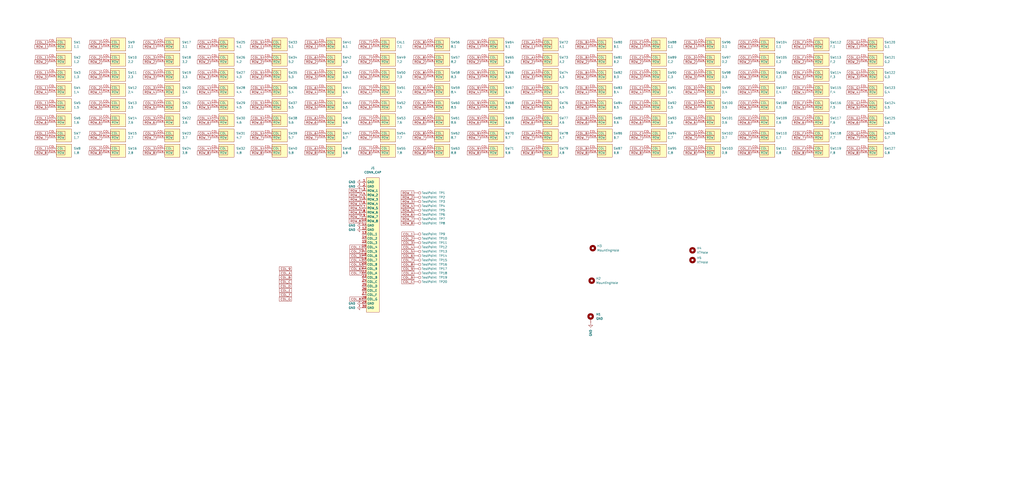
<source format=kicad_sch>
(kicad_sch (version 20230121) (generator eeschema)
  (paper "User" 599.999 279.4)
  (global_label "COL_A" (shape passive) (at 313.055 51.435 180) (property "Intersheetrefs" "${INTERSHEET_REFS}" (effects hide)))
  (global_label "ROW_8" (shape passive) (at 249.555 89.535 180) (property "Intersheetrefs" "${INTERSHEET_REFS}" (effects hide)))
  (global_label "COL_B" (shape passive) (at 242.57 162.56 180) (property "Intersheetrefs" "${INTERSHEET_REFS}" (effects hide)))
  (global_label "COL_3" (shape passive) (at 212.09 149.86 180) (property "Intersheetrefs" "${INTERSHEET_REFS}" (effects hide)))
  (global_label "COL_B" (shape passive) (at 344.805 24.765 180) (property "Intersheetrefs" "${INTERSHEET_REFS}" (effects hide)))
  (global_label "COL_F" (shape passive) (at 471.805 60.325 180) (property "Intersheetrefs" "${INTERSHEET_REFS}" (effects hide)))
  (global_label "ROW_6" (shape passive) (at 471.805 71.755 180) (property "Intersheetrefs" "${INTERSHEET_REFS}" (effects hide)))
  (global_label "COL_8" (shape passive) (at 249.555 42.545 180) (property "Intersheetrefs" "${INTERSHEET_REFS}" (effects hide)))
  (global_label "COL_2" (shape passive) (at 59.69 24.765 180) (property "Intersheetrefs" "${INTERSHEET_REFS}" (effects hide)))
  (global_label "COL_C" (shape passive) (at 376.555 69.215 180) (property "Intersheetrefs" "${INTERSHEET_REFS}" (effects hide)))
  (global_label "COL_8" (shape passive) (at 249.555 60.325 180) (property "Intersheetrefs" "${INTERSHEET_REFS}" (effects hide)))
  (global_label "ROW_3" (shape passive) (at 249.555 45.085 180) (property "Intersheetrefs" "${INTERSHEET_REFS}" (effects hide)))
  (global_label "ROW_8" (shape passive) (at 281.305 89.535 180) (property "Intersheetrefs" "${INTERSHEET_REFS}" (effects hide)))
  (global_label "COL_E" (shape passive) (at 440.055 33.655 180) (property "Intersheetrefs" "${INTERSHEET_REFS}" (effects hide)))
  (global_label "COL_9" (shape passive) (at 242.57 157.48 180) (property "Intersheetrefs" "${INTERSHEET_REFS}" (effects hide)))
  (global_label "COL_1" (shape passive) (at 27.94 69.215 180) (property "Intersheetrefs" "${INTERSHEET_REFS}" (effects hide)))
  (global_label "COL_D" (shape passive) (at 408.305 86.995 180) (property "Intersheetrefs" "${INTERSHEET_REFS}" (effects hide)))
  (global_label "COL_9" (shape passive) (at 170.815 157.48 180) (property "Intersheetrefs" "${INTERSHEET_REFS}" (effects hide)))
  (global_label "COL_E" (shape passive) (at 440.055 69.215 180) (property "Intersheetrefs" "${INTERSHEET_REFS}" (effects hide)))
  (global_label "COL_B" (shape passive) (at 170.815 162.56 180) (property "Intersheetrefs" "${INTERSHEET_REFS}" (effects hide)))
  (global_label "COL_1" (shape passive) (at 27.94 42.545 180) (property "Intersheetrefs" "${INTERSHEET_REFS}" (effects hide)))
  (global_label "COL_G" (shape passive) (at 503.555 51.435 180) (property "Intersheetrefs" "${INTERSHEET_REFS}" (effects hide)))
  (global_label "ROW_7" (shape passive) (at 376.555 80.645 180) (property "Intersheetrefs" "${INTERSHEET_REFS}" (effects hide)))
  (global_label "ROW_8" (shape passive) (at 471.805 89.535 180) (property "Intersheetrefs" "${INTERSHEET_REFS}" (effects hide)))
  (global_label "ROW_2" (shape passive) (at 242.57 115.57 180) (property "Intersheetrefs" "${INTERSHEET_REFS}" (effects hide)))
  (global_label "ROW_6" (shape passive) (at 123.19 71.755 180) (property "Intersheetrefs" "${INTERSHEET_REFS}" (effects hide)))
  (global_label "COL_D" (shape passive) (at 408.305 60.325 180) (property "Intersheetrefs" "${INTERSHEET_REFS}" (effects hide)))
  (global_label "COL_3" (shape passive) (at 91.44 51.435 180) (property "Intersheetrefs" "${INTERSHEET_REFS}" (effects hide)))
  (global_label "COL_7" (shape passive) (at 217.805 60.325 180) (property "Intersheetrefs" "${INTERSHEET_REFS}" (effects hide)))
  (global_label "COL_B" (shape passive) (at 344.805 42.545 180) (property "Intersheetrefs" "${INTERSHEET_REFS}" (effects hide)))
  (global_label "COL_E" (shape passive) (at 440.055 42.545 180) (property "Intersheetrefs" "${INTERSHEET_REFS}" (effects hide)))
  (global_label "ROW_6" (shape passive) (at 408.305 71.755 180) (property "Intersheetrefs" "${INTERSHEET_REFS}" (effects hide)))
  (global_label "COL_8" (shape passive) (at 242.57 154.94 180) (property "Intersheetrefs" "${INTERSHEET_REFS}" (effects hide)))
  (global_label "ROW_2" (shape passive) (at 471.805 36.195 180) (property "Intersheetrefs" "${INTERSHEET_REFS}" (effects hide)))
  (global_label "ROW_7" (shape passive) (at 123.19 80.645 180) (property "Intersheetrefs" "${INTERSHEET_REFS}" (effects hide)))
  (global_label "ROW_5" (shape passive) (at 408.305 62.865 180) (property "Intersheetrefs" "${INTERSHEET_REFS}" (effects hide)))
  (global_label "ROW_5" (shape passive) (at 212.09 121.92 180) (property "Intersheetrefs" "${INTERSHEET_REFS}" (effects hide)))
  (global_label "ROW_7" (shape passive) (at 281.305 80.645 180) (property "Intersheetrefs" "${INTERSHEET_REFS}" (effects hide)))
  (global_label "COL_5" (shape passive) (at 212.09 154.94 180) (property "Intersheetrefs" "${INTERSHEET_REFS}" (effects hide)))
  (global_label "COL_G" (shape passive) (at 503.555 42.545 180) (property "Intersheetrefs" "${INTERSHEET_REFS}" (effects hide)))
  (global_label "COL_9" (shape passive) (at 281.305 60.325 180) (property "Intersheetrefs" "${INTERSHEET_REFS}" (effects hide)))
  (global_label "COL_7" (shape passive) (at 217.805 69.215 180) (property "Intersheetrefs" "${INTERSHEET_REFS}" (effects hide)))
  (global_label "ROW_1" (shape passive) (at 249.555 27.305 180) (property "Intersheetrefs" "${INTERSHEET_REFS}" (effects hide)))
  (global_label "COL_D" (shape passive) (at 408.305 24.765 180) (property "Intersheetrefs" "${INTERSHEET_REFS}" (effects hide)))
  (global_label "ROW_6" (shape passive) (at 186.055 71.755 180) (property "Intersheetrefs" "${INTERSHEET_REFS}" (effects hide)))
  (global_label "COL_A" (shape passive) (at 313.055 69.215 180) (property "Intersheetrefs" "${INTERSHEET_REFS}" (effects hide)))
  (global_label "COL_E" (shape passive) (at 440.055 24.765 180) (property "Intersheetrefs" "${INTERSHEET_REFS}" (effects hide)))
  (global_label "ROW_8" (shape passive) (at 376.555 89.535 180) (property "Intersheetrefs" "${INTERSHEET_REFS}" (effects hide)))
  (global_label "COL_9" (shape passive) (at 281.305 51.435 180) (property "Intersheetrefs" "${INTERSHEET_REFS}" (effects hide)))
  (global_label "ROW_7" (shape passive) (at 249.555 80.645 180) (property "Intersheetrefs" "${INTERSHEET_REFS}" (effects hide)))
  (global_label "ROW_5" (shape passive) (at 471.805 62.865 180) (property "Intersheetrefs" "${INTERSHEET_REFS}" (effects hide)))
  (global_label "COL_7" (shape passive) (at 217.805 42.545 180) (property "Intersheetrefs" "${INTERSHEET_REFS}" (effects hide)))
  (global_label "ROW_6" (shape passive) (at 344.805 71.755 180) (property "Intersheetrefs" "${INTERSHEET_REFS}" (effects hide)))
  (global_label "COL_6" (shape passive) (at 186.055 24.765 180) (property "Intersheetrefs" "${INTERSHEET_REFS}" (effects hide)))
  (global_label "ROW_2" (shape passive) (at 344.805 36.195 180) (property "Intersheetrefs" "${INTERSHEET_REFS}" (effects hide)))
  (global_label "ROW_4" (shape passive) (at 59.69 53.975 180) (property "Intersheetrefs" "${INTERSHEET_REFS}" (effects hide)))
  (global_label "COL_A" (shape passive) (at 313.055 78.105 180) (property "Intersheetrefs" "${INTERSHEET_REFS}" (effects hide)))
  (global_label "ROW_1" (shape passive) (at 154.305 27.305 180) (property "Intersheetrefs" "${INTERSHEET_REFS}" (effects hide)))
  (global_label "ROW_2" (shape passive) (at 186.055 36.195 180) (property "Intersheetrefs" "${INTERSHEET_REFS}" (effects hide)))
  (global_label "ROW_3" (shape passive) (at 154.305 45.085 180) (property "Intersheetrefs" "${INTERSHEET_REFS}" (effects hide)))
  (global_label "COL_C" (shape passive) (at 376.555 33.655 180) (property "Intersheetrefs" "${INTERSHEET_REFS}" (effects hide)))
  (global_label "ROW_3" (shape passive) (at 186.055 45.085 180) (property "Intersheetrefs" "${INTERSHEET_REFS}" (effects hide)))
  (global_label "ROW_4" (shape passive) (at 344.805 53.975 180) (property "Intersheetrefs" "${INTERSHEET_REFS}" (effects hide)))
  (global_label "COL_G" (shape passive) (at 503.555 60.325 180) (property "Intersheetrefs" "${INTERSHEET_REFS}" (effects hide)))
  (global_label "ROW_4" (shape passive) (at 27.94 53.975 180) (property "Intersheetrefs" "${INTERSHEET_REFS}" (effects hide)))
  (global_label "ROW_7" (shape passive) (at 91.44 80.645 180) (property "Intersheetrefs" "${INTERSHEET_REFS}" (effects hide)))
  (global_label "COL_2" (shape passive) (at 242.57 139.7 180) (property "Intersheetrefs" "${INTERSHEET_REFS}" (effects hide)))
  (global_label "ROW_4" (shape passive) (at 242.57 120.65 180) (property "Intersheetrefs" "${INTERSHEET_REFS}" (effects hide)))
  (global_label "ROW_4" (shape passive) (at 186.055 53.975 180) (property "Intersheetrefs" "${INTERSHEET_REFS}" (effects hide)))
  (global_label "ROW_4" (shape passive) (at 313.055 53.975 180) (property "Intersheetrefs" "${INTERSHEET_REFS}" (effects hide)))
  (global_label "ROW_3" (shape passive) (at 408.305 45.085 180) (property "Intersheetrefs" "${INTERSHEET_REFS}" (effects hide)))
  (global_label "ROW_8" (shape passive) (at 186.055 89.535 180) (property "Intersheetrefs" "${INTERSHEET_REFS}" (effects hide)))
  (global_label "ROW_2" (shape passive) (at 408.305 36.195 180) (property "Intersheetrefs" "${INTERSHEET_REFS}" (effects hide)))
  (global_label "ROW_5" (shape passive) (at 123.19 62.865 180) (property "Intersheetrefs" "${INTERSHEET_REFS}" (effects hide)))
  (global_label "COL_5" (shape passive) (at 242.57 147.32 180) (property "Intersheetrefs" "${INTERSHEET_REFS}" (effects hide)))
  (global_label "COL_2" (shape passive) (at 59.69 60.325 180) (property "Intersheetrefs" "${INTERSHEET_REFS}" (effects hide)))
  (global_label "ROW_8" (shape passive) (at 27.94 89.535 180) (property "Intersheetrefs" "${INTERSHEET_REFS}" (effects hide)))
  (global_label "ROW_1" (shape passive) (at 186.055 27.305 180) (property "Intersheetrefs" "${INTERSHEET_REFS}" (effects hide)))
  (global_label "COL_F" (shape passive) (at 471.805 86.995 180) (property "Intersheetrefs" "${INTERSHEET_REFS}" (effects hide)))
  (global_label "COL_B" (shape passive) (at 344.805 86.995 180) (property "Intersheetrefs" "${INTERSHEET_REFS}" (effects hide)))
  (global_label "COL_D" (shape passive) (at 408.305 78.105 180) (property "Intersheetrefs" "${INTERSHEET_REFS}" (effects hide)))
  (global_label "COL_5" (shape passive) (at 154.305 78.105 180) (property "Intersheetrefs" "${INTERSHEET_REFS}" (effects hide)))
  (global_label "COL_G" (shape passive) (at 503.555 69.215 180) (property "Intersheetrefs" "${INTERSHEET_REFS}" (effects hide)))
  (global_label "COL_1" (shape passive) (at 27.94 33.655 180) (property "Intersheetrefs" "${INTERSHEET_REFS}" (effects hide)))
  (global_label "ROW_5" (shape passive) (at 217.805 62.865 180) (property "Intersheetrefs" "${INTERSHEET_REFS}" (effects hide)))
  (global_label "ROW_8" (shape passive) (at 212.09 129.54 180) (property "Intersheetrefs" "${INTERSHEET_REFS}" (effects hide)))
  (global_label "ROW_2" (shape passive) (at 123.19 36.195 180) (property "Intersheetrefs" "${INTERSHEET_REFS}" (effects hide)))
  (global_label "ROW_3" (shape passive) (at 344.805 45.085 180) (property "Intersheetrefs" "${INTERSHEET_REFS}" (effects hide)))
  (global_label "COL_9" (shape passive) (at 281.305 78.105 180) (property "Intersheetrefs" "${INTERSHEET_REFS}" (effects hide)))
  (global_label "ROW_2" (shape passive) (at 440.055 36.195 180) (property "Intersheetrefs" "${INTERSHEET_REFS}" (effects hide)))
  (global_label "ROW_6" (shape passive) (at 154.305 71.755 180) (property "Intersheetrefs" "${INTERSHEET_REFS}" (effects hide)))
  (global_label "COL_1" (shape passive) (at 27.94 51.435 180) (property "Intersheetrefs" "${INTERSHEET_REFS}" (effects hide)))
  (global_label "COL_4" (shape passive) (at 123.19 42.545 180) (property "Intersheetrefs" "${INTERSHEET_REFS}" (effects hide)))
  (global_label "ROW_6" (shape passive) (at 249.555 71.755 180) (property "Intersheetrefs" "${INTERSHEET_REFS}" (effects hide)))
  (global_label "ROW_2" (shape passive) (at 154.305 36.195 180) (property "Intersheetrefs" "${INTERSHEET_REFS}" (effects hide)))
  (global_label "ROW_1" (shape passive) (at 217.805 27.305 180) (property "Intersheetrefs" "${INTERSHEET_REFS}" (effects hide)))
  (global_label "COL_C" (shape passive) (at 376.555 51.435 180) (property "Intersheetrefs" "${INTERSHEET_REFS}" (effects hide)))
  (global_label "COL_G" (shape passive) (at 503.555 24.765 180) (property "Intersheetrefs" "${INTERSHEET_REFS}" (effects hide)))
  (global_label "ROW_6" (shape passive) (at 242.57 125.73 180) (property "Intersheetrefs" "${INTERSHEET_REFS}" (effects hide)))
  (global_label "ROW_8" (shape passive) (at 59.69 89.535 180) (property "Intersheetrefs" "${INTERSHEET_REFS}" (effects hide)))
  (global_label "COL_C" (shape passive) (at 376.555 60.325 180) (property "Intersheetrefs" "${INTERSHEET_REFS}" (effects hide)))
  (global_label "COL_2" (shape passive) (at 59.69 86.995 180) (property "Intersheetrefs" "${INTERSHEET_REFS}" (effects hide)))
  (global_label "COL_E" (shape passive) (at 440.055 60.325 180) (property "Intersheetrefs" "${INTERSHEET_REFS}" (effects hide)))
  (global_label "ROW_3" (shape passive) (at 217.805 45.085 180) (property "Intersheetrefs" "${INTERSHEET_REFS}" (effects hide)))
  (global_label "ROW_5" (shape passive) (at 249.555 62.865 180) (property "Intersheetrefs" "${INTERSHEET_REFS}" (effects hide)))
  (global_label "ROW_8" (shape passive) (at 503.555 89.535 180) (property "Intersheetrefs" "${INTERSHEET_REFS}" (effects hide)))
  (global_label "ROW_7" (shape passive) (at 440.055 80.645 180) (property "Intersheetrefs" "${INTERSHEET_REFS}" (effects hide)))
  (global_label "COL_5" (shape passive) (at 154.305 86.995 180) (property "Intersheetrefs" "${INTERSHEET_REFS}" (effects hide)))
  (global_label "ROW_3" (shape passive) (at 242.57 118.11 180) (property "Intersheetrefs" "${INTERSHEET_REFS}" (effects hide)))
  (global_label "COL_G" (shape passive) (at 503.555 86.995 180) (property "Intersheetrefs" "${INTERSHEET_REFS}" (effects hide)))
  (global_label "ROW_1" (shape passive) (at 344.805 27.305 180) (property "Intersheetrefs" "${INTERSHEET_REFS}" (effects hide)))
  (global_label "ROW_3" (shape passive) (at 212.09 116.84 180) (property "Intersheetrefs" "${INTERSHEET_REFS}" (effects hide)))
  (global_label "COL_3" (shape passive) (at 242.57 142.24 180) (property "Intersheetrefs" "${INTERSHEET_REFS}" (effects hide)))
  (global_label "ROW_1" (shape passive) (at 440.055 27.305 180) (property "Intersheetrefs" "${INTERSHEET_REFS}" (effects hide)))
  (global_label "COL_9" (shape passive) (at 281.305 42.545 180) (property "Intersheetrefs" "${INTERSHEET_REFS}" (effects hide)))
  (global_label "ROW_7" (shape passive) (at 27.94 80.645 180) (property "Intersheetrefs" "${INTERSHEET_REFS}" (effects hide)))
  (global_label "COL_D" (shape passive) (at 408.305 33.655 180) (property "Intersheetrefs" "${INTERSHEET_REFS}" (effects hide)))
  (global_label "ROW_6" (shape passive) (at 281.305 71.755 180) (property "Intersheetrefs" "${INTERSHEET_REFS}" (effects hide)))
  (global_label "COL_1" (shape passive) (at 27.94 78.105 180) (property "Intersheetrefs" "${INTERSHEET_REFS}" (effects hide)))
  (global_label "ROW_4" (shape passive) (at 154.305 53.975 180) (property "Intersheetrefs" "${INTERSHEET_REFS}" (effects hide)))
  (global_label "ROW_4" (shape passive) (at 281.305 53.975 180) (property "Intersheetrefs" "${INTERSHEET_REFS}" (effects hide)))
  (global_label "ROW_5" (shape passive) (at 503.555 62.865 180) (property "Intersheetrefs" "${INTERSHEET_REFS}" (effects hide)))
  (global_label "ROW_4" (shape passive) (at 408.305 53.975 180) (property "Intersheetrefs" "${INTERSHEET_REFS}" (effects hide)))
  (global_label "COL_G" (shape passive) (at 503.555 78.105 180) (property "Intersheetrefs" "${INTERSHEET_REFS}" (effects hide)))
  (global_label "ROW_7" (shape passive) (at 344.805 80.645 180) (property "Intersheetrefs" "${INTERSHEET_REFS}" (effects hide)))
  (global_label "ROW_5" (shape passive) (at 186.055 62.865 180) (property "Intersheetrefs" "${INTERSHEET_REFS}" (effects hide)))
  (global_label "COL_5" (shape passive) (at 154.305 42.545 180) (property "Intersheetrefs" "${INTERSHEET_REFS}" (effects hide)))
  (global_label "COL_3" (shape passive) (at 91.44 69.215 180) (property "Intersheetrefs" "${INTERSHEET_REFS}" (effects hide)))
  (global_label "ROW_2" (shape passive) (at 27.94 36.195 180) (property "Intersheetrefs" "${INTERSHEET_REFS}" (effects hide)))
  (global_label "ROW_5" (shape passive) (at 27.94 62.865 180) (property "Intersheetrefs" "${INTERSHEET_REFS}" (effects hide)))
  (global_label "ROW_2" (shape passive) (at 503.555 36.195 180) (property "Intersheetrefs" "${INTERSHEET_REFS}" (effects hide)))
  (global_label "COL_A" (shape passive) (at 170.815 160.02 180) (property "Intersheetrefs" "${INTERSHEET_REFS}" (effects hide)))
  (global_label "COL_6" (shape passive) (at 186.055 51.435 180) (property "Intersheetrefs" "${INTERSHEET_REFS}" (effects hide)))
  (global_label "COL_2" (shape passive) (at 59.69 33.655 180) (property "Intersheetrefs" "${INTERSHEET_REFS}" (effects hide)))
  (global_label "COL_A" (shape passive) (at 313.055 42.545 180) (property "Intersheetrefs" "${INTERSHEET_REFS}" (effects hide)))
  (global_label "ROW_2" (shape passive) (at 249.555 36.195 180) (property "Intersheetrefs" "${INTERSHEET_REFS}" (effects hide)))
  (global_label "ROW_5" (shape passive) (at 344.805 62.865 180) (property "Intersheetrefs" "${INTERSHEET_REFS}" (effects hide)))
  (global_label "ROW_4" (shape passive) (at 503.555 53.975 180) (property "Intersheetrefs" "${INTERSHEET_REFS}" (effects hide)))
  (global_label "ROW_4" (shape passive) (at 123.19 53.975 180) (property "Intersheetrefs" "${INTERSHEET_REFS}" (effects hide)))
  (global_label "ROW_8" (shape passive) (at 154.305 89.535 180) (property "Intersheetrefs" "${INTERSHEET_REFS}" (effects hide)))
  (global_label "ROW_8" (shape passive) (at 123.19 89.535 180) (property "Intersheetrefs" "${INTERSHEET_REFS}" (effects hide)))
  (global_label "COL_1" (shape passive) (at 212.09 144.78 180) (property "Intersheetrefs" "${INTERSHEET_REFS}" (effects hide)))
  (global_label "ROW_3" (shape passive) (at 59.69 45.085 180) (property "Intersheetrefs" "${INTERSHEET_REFS}" (effects hide)))
  (global_label "COL_4" (shape passive) (at 123.19 86.995 180) (property "Intersheetrefs" "${INTERSHEET_REFS}" (effects hide)))
  (global_label "COL_G" (shape passive) (at 503.555 33.655 180) (property "Intersheetrefs" "${INTERSHEET_REFS}" (effects hide)))
  (global_label "COL_3" (shape passive) (at 91.44 33.655 180) (property "Intersheetrefs" "${INTERSHEET_REFS}" (effects hide)))
  (global_label "COL_4" (shape passive) (at 123.19 51.435 180) (property "Intersheetrefs" "${INTERSHEET_REFS}" (effects hide)))
  (global_label "COL_B" (shape passive) (at 344.805 78.105 180) (property "Intersheetrefs" "${INTERSHEET_REFS}" (effects hide)))
  (global_label "COL_6" (shape passive) (at 212.09 157.48 180) (property "Intersheetrefs" "${INTERSHEET_REFS}" (effects hide)))
  (global_label "COL_1" (shape passive) (at 242.57 137.16 180) (property "Intersheetrefs" "${INTERSHEET_REFS}" (effects hide)))
  (global_label "ROW_7" (shape passive) (at 212.09 127 180) (property "Intersheetrefs" "${INTERSHEET_REFS}" (effects hide)))
  (global_label "ROW_8" (shape passive) (at 313.055 89.535 180) (property "Intersheetrefs" "${INTERSHEET_REFS}" (effects hide)))
  (global_label "COL_9" (shape passive) (at 281.305 24.765 180) (property "Intersheetrefs" "${INTERSHEET_REFS}" (effects hide)))
  (global_label "COL_4" (shape passive) (at 123.19 78.105 180) (property "Intersheetrefs" "${INTERSHEET_REFS}" (effects hide)))
  (global_label "ROW_4" (shape passive) (at 376.555 53.975 180) (property "Intersheetrefs" "${INTERSHEET_REFS}" (effects hide)))
  (global_label "ROW_1" (shape passive) (at 27.94 27.305 180) (property "Intersheetrefs" "${INTERSHEET_REFS}" (effects hide)))
  (global_label "ROW_1" (shape passive) (at 281.305 27.305 180) (property "Intersheetrefs" "${INTERSHEET_REFS}" (effects hide)))
  (global_label "ROW_7" (shape passive) (at 59.69 80.645 180) (property "Intersheetrefs" "${INTERSHEET_REFS}" (effects hide)))
  (global_label "COL_8" (shape passive) (at 249.555 24.765 180) (property "Intersheetrefs" "${INTERSHEET_REFS}" (effects hide)))
  (global_label "ROW_5" (shape passive) (at 440.055 62.865 180) (property "Intersheetrefs" "${INTERSHEET_REFS}" (effects hide)))
  (global_label "ROW_5" (shape passive) (at 242.57 123.19 180) (property "Intersheetrefs" "${INTERSHEET_REFS}" (effects hide)))
  (global_label "ROW_6" (shape passive) (at 59.69 71.755 180) (property "Intersheetrefs" "${INTERSHEET_REFS}" (effects hide)))
  (global_label "COL_5" (shape passive) (at 154.305 69.215 180) (property "Intersheetrefs" "${INTERSHEET_REFS}" (effects hide)))
  (global_label "ROW_5" (shape passive) (at 376.555 62.865 180) (property "Intersheetrefs" "${INTERSHEET_REFS}" (effects hide)))
  (global_label "COL_1" (shape passive) (at 27.94 60.325 180) (property "Intersheetrefs" "${INTERSHEET_REFS}" (effects hide)))
  (global_label "COL_A" (shape passive) (at 313.055 24.765 180) (property "Intersheetrefs" "${INTERSHEET_REFS}" (effects hide)))
  (global_label "ROW_4" (shape passive) (at 249.555 53.975 180) (property "Intersheetrefs" "${INTERSHEET_REFS}" (effects hide)))
  (global_label "COL_F" (shape passive) (at 471.805 42.545 180) (property "Intersheetrefs" "${INTERSHEET_REFS}" (effects hide)))
  (global_label "COL_F" (shape passive) (at 471.805 51.435 180) (property "Intersheetrefs" "${INTERSHEET_REFS}" (effects hide)))
  (global_label "COL_6" (shape passive) (at 186.055 86.995 180) (property "Intersheetrefs" "${INTERSHEET_REFS}" (effects hide)))
  (global_label "COL_F" (shape passive) (at 471.805 33.655 180) (property "Intersheetrefs" "${INTERSHEET_REFS}" (effects hide)))
  (global_label "COL_F" (shape passive) (at 471.805 69.215 180) (property "Intersheetrefs" "${INTERSHEET_REFS}" (effects hide)))
  (global_label "COL_D" (shape passive) (at 408.305 42.545 180) (property "Intersheetrefs" "${INTERSHEET_REFS}" (effects hide)))
  (global_label "ROW_2" (shape passive) (at 281.305 36.195 180) (property "Intersheetrefs" "${INTERSHEET_REFS}" (effects hide)))
  (global_label "ROW_4" (shape passive) (at 91.44 53.975 180) (property "Intersheetrefs" "${INTERSHEET_REFS}" (effects hide)))
  (global_label "COL_8" (shape passive) (at 249.555 33.655 180) (property "Intersheetrefs" "${INTERSHEET_REFS}" (effects hide)))
  (global_label "ROW_8" (shape passive) (at 440.055 89.535 180) (property "Intersheetrefs" "${INTERSHEET_REFS}" (effects hide)))
  (global_label "COL_2" (shape passive) (at 59.69 69.215 180) (property "Intersheetrefs" "${INTERSHEET_REFS}" (effects hide)))
  (global_label "COL_2" (shape passive) (at 59.69 78.105 180) (property "Intersheetrefs" "${INTERSHEET_REFS}" (effects hide)))
  (global_label "COL_C" (shape passive) (at 376.555 24.765 180) (property "Intersheetrefs" "${INTERSHEET_REFS}" (effects hide)))
  (global_label "COL_B" (shape passive) (at 344.805 51.435 180) (property "Intersheetrefs" "${INTERSHEET_REFS}" (effects hide)))
  (global_label "ROW_8" (shape passive) (at 242.57 130.81 180) (property "Intersheetrefs" "${INTERSHEET_REFS}" (effects hide)))
  (global_label "ROW_1" (shape passive) (at 503.555 27.305 180) (property "Intersheetrefs" "${INTERSHEET_REFS}" (effects hide)))
  (global_label "ROW_1" (shape passive) (at 212.09 111.76 180) (property "Intersheetrefs" "${INTERSHEET_REFS}" (effects hide)))
  (global_label "COL_A" (shape passive) (at 313.055 86.995 180) (property "Intersheetrefs" "${INTERSHEET_REFS}" (effects hide)))
  (global_label "ROW_8" (shape passive) (at 344.805 89.535 180) (property "Intersheetrefs" "${INTERSHEET_REFS}" (effects hide)))
  (global_label "COL_6" (shape passive) (at 242.57 149.86 180) (property "Intersheetrefs" "${INTERSHEET_REFS}" (effects hide)))
  (global_label "COL_C" (shape passive) (at 376.555 86.995 180) (property "Intersheetrefs" "${INTERSHEET_REFS}" (effects hide)))
  (global_label "ROW_6" (shape passive) (at 27.94 71.755 180) (property "Intersheetrefs" "${INTERSHEET_REFS}" (effects hide)))
  (global_label "ROW_2" (shape passive) (at 313.055 36.195 180) (property "Intersheetrefs" "${INTERSHEET_REFS}" (effects hide)))
  (global_label "COL_7" (shape passive) (at 242.57 152.4 180) (property "Intersheetrefs" "${INTERSHEET_REFS}" (effects hide)))
  (global_label "COL_4" (shape passive) (at 123.19 24.765 180) (property "Intersheetrefs" "${INTERSHEET_REFS}" (effects hide)))
  (global_label "ROW_3" (shape passive) (at 313.055 45.085 180) (property "Intersheetrefs" "${INTERSHEET_REFS}" (effects hide)))
  (global_label "ROW_7" (shape passive) (at 242.57 128.27 180) (property "Intersheetrefs" "${INTERSHEET_REFS}" (effects hide)))
  (global_label "COL_2" (shape passive) (at 59.69 51.435 180) (property "Intersheetrefs" "${INTERSHEET_REFS}" (effects hide)))
  (global_label "COL_E" (shape passive) (at 440.055 78.105 180) (property "Intersheetrefs" "${INTERSHEET_REFS}" (effects hide)))
  (global_label "COL_5" (shape passive) (at 154.305 51.435 180) (property "Intersheetrefs" "${INTERSHEET_REFS}" (effects hide)))
  (global_label "COL_6" (shape passive) (at 186.055 33.655 180) (property "Intersheetrefs" "${INTERSHEET_REFS}" (effects hide)))
  (global_label "COL_3" (shape passive) (at 91.44 60.325 180) (property "Intersheetrefs" "${INTERSHEET_REFS}" (effects hide)))
  (global_label "COL_7" (shape passive) (at 217.805 86.995 180) (property "Intersheetrefs" "${INTERSHEET_REFS}" (effects hide)))
  (global_label "ROW_4" (shape passive) (at 471.805 53.975 180) (property "Intersheetrefs" "${INTERSHEET_REFS}" (effects hide)))
  (global_label "COL_8" (shape passive) (at 249.555 51.435 180) (property "Intersheetrefs" "${INTERSHEET_REFS}" (effects hide)))
  (global_label "COL_5" (shape passive) (at 154.305 33.655 180) (property "Intersheetrefs" "${INTERSHEET_REFS}" (effects hide)))
  (global_label "ROW_1" (shape passive) (at 242.57 113.03 180) (property "Intersheetrefs" "${INTERSHEET_REFS}" (effects hide)))
  (global_label "ROW_7" (shape passive) (at 154.305 80.645 180) (property "Intersheetrefs" "${INTERSHEET_REFS}" (effects hide)))
  (global_label "COL_C" (shape passive) (at 376.555 42.545 180) (property "Intersheetrefs" "${INTERSHEET_REFS}" (effects hide)))
  (global_label "COL_7" (shape passive) (at 212.09 160.02 180) (property "Intersheetrefs" "${INTERSHEET_REFS}" (effects hide)))
  (global_label "COL_7" (shape passive) (at 217.805 78.105 180) (property "Intersheetrefs" "${INTERSHEET_REFS}" (effects hide)))
  (global_label "ROW_6" (shape passive) (at 313.055 71.755 180) (property "Intersheetrefs" "${INTERSHEET_REFS}" (effects hide)))
  (global_label "COL_E" (shape passive) (at 170.815 170.18 180) (property "Intersheetrefs" "${INTERSHEET_REFS}" (effects hide)))
  (global_label "ROW_7" (shape passive) (at 503.555 80.645 180) (property "Intersheetrefs" "${INTERSHEET_REFS}" (effects hide)))
  (global_label "COL_4" (shape passive) (at 123.19 69.215 180) (property "Intersheetrefs" "${INTERSHEET_REFS}" (effects hide)))
  (global_label "COL_B" (shape passive) (at 344.805 60.325 180) (property "Intersheetrefs" "${INTERSHEET_REFS}" (effects hide)))
  (global_label "COL_6" (shape passive) (at 186.055 69.215 180) (property "Intersheetrefs" "${INTERSHEET_REFS}" (effects hide)))
  (global_label "COL_6" (shape passive) (at 186.055 78.105 180) (property "Intersheetrefs" "${INTERSHEET_REFS}" (effects hide)))
  (global_label "COL_4" (shape passive) (at 123.19 33.655 180) (property "Intersheetrefs" "${INTERSHEET_REFS}" (effects hide)))
  (global_label "ROW_1" (shape passive) (at 376.555 27.305 180) (property "Intersheetrefs" "${INTERSHEET_REFS}" (effects hide)))
  (global_label "ROW_5" (shape passive) (at 281.305 62.865 180) (property "Intersheetrefs" "${INTERSHEET_REFS}" (effects hide)))
  (global_label "ROW_2" (shape passive) (at 212.09 114.3 180) (property "Intersheetrefs" "${INTERSHEET_REFS}" (effects hide)))
  (global_label "ROW_3" (shape passive) (at 91.44 45.085 180) (property "Intersheetrefs" "${INTERSHEET_REFS}" (effects hide)))
  (global_label "COL_8" (shape passive) (at 249.555 86.995 180) (property "Intersheetrefs" "${INTERSHEET_REFS}" (effects hide)))
  (global_label "ROW_2" (shape passive) (at 376.555 36.195 180) (property "Intersheetrefs" "${INTERSHEET_REFS}" (effects hide)))
  (global_label "ROW_4" (shape passive) (at 212.09 119.38 180) (property "Intersheetrefs" "${INTERSHEET_REFS}" (effects hide)))
  (global_label "ROW_1" (shape passive) (at 408.305 27.305 180) (property "Intersheetrefs" "${INTERSHEET_REFS}" (effects hide)))
  (global_label "COL_3" (shape passive) (at 91.44 86.995 180) (property "Intersheetrefs" "${INTERSHEET_REFS}" (effects hide)))
  (global_label "COL_8" (shape passive) (at 212.09 175.26 180) (property "Intersheetrefs" "${INTERSHEET_REFS}" (effects hide)))
  (global_label "COL_4" (shape passive) (at 123.19 60.325 180) (property "Intersheetrefs" "${INTERSHEET_REFS}" (effects hide)))
  (global_label "COL_G" (shape passive) (at 170.815 175.26 180) (property "Intersheetrefs" "${INTERSHEET_REFS}" (effects hide)))
  (global_label "COL_5" (shape passive) (at 154.305 24.765 180) (property "Intersheetrefs" "${INTERSHEET_REFS}" (effects hide)))
  (global_label "ROW_7" (shape passive) (at 408.305 80.645 180) (property "Intersheetrefs" "${INTERSHEET_REFS}" (effects hide)))
  (global_label "COL_F" (shape passive) (at 471.805 78.105 180) (property "Intersheetrefs" "${INTERSHEET_REFS}" (effects hide)))
  (global_label "COL_F" (shape passive) (at 471.805 24.765 180) (property "Intersheetrefs" "${INTERSHEET_REFS}" (effects hide)))
  (global_label "COL_6" (shape passive) (at 186.055 42.545 180) (property "Intersheetrefs" "${INTERSHEET_REFS}" (effects hide)))
  (global_label "ROW_4" (shape passive) (at 440.055 53.975 180) (property "Intersheetrefs" "${INTERSHEET_REFS}" (effects hide)))
  (global_label "COL_C" (shape passive) (at 376.555 78.105 180) (property "Intersheetrefs" "${INTERSHEET_REFS}" (effects hide)))
  (global_label "ROW_7" (shape passive) (at 471.805 80.645 180) (property "Intersheetrefs" "${INTERSHEET_REFS}" (effects hide)))
  (global_label "COL_7" (shape passive) (at 217.805 33.655 180) (property "Intersheetrefs" "${INTERSHEET_REFS}" (effects hide)))
  (global_label "ROW_8" (shape passive) (at 408.305 89.535 180) (property "Intersheetrefs" "${INTERSHEET_REFS}" (effects hide)))
  (global_label "COL_D" (shape passive) (at 170.815 167.64 180) (property "Intersheetrefs" "${INTERSHEET_REFS}" (effects hide)))
  (global_label "ROW_3" (shape passive) (at 503.555 45.085 180) (property "Intersheetrefs" "${INTERSHEET_REFS}" (effects hide)))
  (global_label "ROW_5" (shape passive) (at 154.305 62.865 180) (property "Intersheetrefs" "${INTERSHEET_REFS}" (effects hide)))
  (global_label "COL_6" (shape passive) (at 186.055 60.325 180) (property "Intersheetrefs" "${INTERSHEET_REFS}" (effects hide)))
  (global_label "ROW_7" (shape passive) (at 186.055 80.645 180) (property "Intersheetrefs" "${INTERSHEET_REFS}" (effects hide)))
  (global_label "COL_5" (shape passive) (at 154.305 60.325 180) (property "Intersheetrefs" "${INTERSHEET_REFS}" (effects hide)))
  (global_label "ROW_3" (shape passive) (at 281.305 45.085 180) (property "Intersheetrefs" "${INTERSHEET_REFS}" (effects hide)))
  (global_label "COL_3" (shape passive) (at 91.44 42.545 180) (property "Intersheetrefs" "${INTERSHEET_REFS}" (effects hide)))
  (global_label "ROW_2" (shape passive) (at 91.44 36.195 180) (property "Intersheetrefs" "${INTERSHEET_REFS}" (effects hide)))
  (global_label "COL_1" (shape passive) (at 27.94 86.995 180) (property "Intersheetrefs" "${INTERSHEET_REFS}" (effects hide)))
  (global_label "ROW_7" (shape passive) (at 313.055 80.645 180) (property "Intersheetrefs" "${INTERSHEET_REFS}" (effects hide)))
  (global_label "ROW_3" (shape passive) (at 376.555 45.085 180) (property "Intersheetrefs" "${INTERSHEET_REFS}" (effects hide)))
  (global_label "COL_9" (shape passive) (at 281.305 86.995 180) (property "Intersheetrefs" "${INTERSHEET_REFS}" (effects hide)))
  (global_label "COL_C" (shape passive) (at 242.57 165.1 180) (property "Intersheetrefs" "${INTERSHEET_REFS}" (effects hide)))
  (global_label "ROW_1" (shape passive) (at 91.44 27.305 180) (property "Intersheetrefs" "${INTERSHEET_REFS}" (effects hide)))
  (global_label "ROW_1" (shape passive) (at 313.055 27.305 180) (property "Intersheetrefs" "${INTERSHEET_REFS}" (effects hide)))
  (global_label "ROW_7" (shape passive) (at 217.805 80.645 180) (property "Intersheetrefs" "${INTERSHEET_REFS}" (effects hide)))
  (global_label "COL_B" (shape passive) (at 344.805 69.215 180) (property "Intersheetrefs" "${INTERSHEET_REFS}" (effects hide)))
  (global_label "ROW_1" (shape passive) (at 59.69 27.305 180) (property "Intersheetrefs" "${INTERSHEET_REFS}" (effects hide)))
  (global_label "COL_D" (shape passive) (at 408.305 51.435 180) (property "Intersheetrefs" "${INTERSHEET_REFS}" (effects hide)))
  (global_label "COL_A" (shape passive) (at 242.57 160.02 180) (property "Intersheetrefs" "${INTERSHEET_REFS}" (effects hide)))
  (global_label "COL_A" (shape passive) (at 313.055 60.325 180) (property "Intersheetrefs" "${INTERSHEET_REFS}" (effects hide)))
  (global_label "ROW_5" (shape passive) (at 59.69 62.865 180) (property "Intersheetrefs" "${INTERSHEET_REFS}" (effects hide)))
  (global_label "ROW_6" (shape passive) (at 503.555 71.755 180) (property "Intersheetrefs" "${INTERSHEET_REFS}" (effects hide)))
  (global_label "COL_7" (shape passive) (at 217.805 51.435 180) (property "Intersheetrefs" "${INTERSHEET_REFS}" (effects hide)))
  (global_label "ROW_6" (shape passive) (at 212.09 124.46 180) (property "Intersheetrefs" "${INTERSHEET_REFS}" (effects hide)))
  (global_label "ROW_2" (shape passive) (at 217.805 36.195 180) (property "Intersheetrefs" "${INTERSHEET_REFS}" (effects hide)))
  (global_label "COL_E" (shape passive) (at 440.055 51.435 180) (property "Intersheetrefs" "${INTERSHEET_REFS}" (effects hide)))
  (global_label "COL_1" (shape passive) (at 27.94 24.765 180) (property "Intersheetrefs" "${INTERSHEET_REFS}" (effects hide)))
  (global_label "COL_A" (shape passive) (at 313.055 33.655 180) (property "Intersheetrefs" "${INTERSHEET_REFS}" (effects hide)))
  (global_label "ROW_6" (shape passive) (at 376.555 71.755 180) (property "Intersheetrefs" "${INTERSHEET_REFS}" (effects hide)))
  (global_label "COL_E" (shape passive) (at 440.055 86.995 180) (property "Intersheetrefs" "${INTERSHEET_REFS}" (effects hide)))
  (global_label "ROW_3" (shape passive) (at 440.055 45.085 180) (property "Intersheetrefs" "${INTERSHEET_REFS}" (effects hide)))
  (global_label "ROW_5" (shape passive) (at 313.055 62.865 180) (property "Intersheetrefs" "${INTERSHEET_REFS}" (effects hide)))
  (global_label "COL_2" (shape passive) (at 59.69 42.545 180) (property "Intersheetrefs" "${INTERSHEET_REFS}" (effects hide)))
  (global_label "ROW_3" (shape passive) (at 471.805 45.085 180) (property "Intersheetrefs" "${INTERSHEET_REFS}" (effects hide)))
  (global_label "COL_D" (shape passive) (at 408.305 69.215 180) (property "Intersheetrefs" "${INTERSHEET_REFS}" (effects hide)))
  (global_label "COL_B" (shape passive) (at 344.805 33.655 180) (property "Intersheetrefs" "${INTERSHEET_REFS}" (effects hide)))
  (global_label "COL_3" (shape passive) (at 91.44 78.105 180) (property "Intersheetrefs" "${INTERSHEET_REFS}" (effects hide)))
  (global_label "COL_4" (shape passive) (at 212.09 152.4 180) (property "Intersheetrefs" "${INTERSHEET_REFS}" (effects hide)))
  (global_label "COL_7" (shape passive) (at 217.805 24.765 180) (property "Intersheetrefs" "${INTERSHEET_REFS}" (effects hide)))
  (global_label "ROW_3" (shape passive) (at 27.94 45.085 180) (property "Intersheetrefs" "${INTERSHEET_REFS}" (effects hide)))
  (global_label "ROW_6" (shape passive) (at 440.055 71.755 180) (property "Intersheetrefs" "${INTERSHEET_REFS}" (effects hide)))
  (global_label "COL_2" (shape passive) (at 212.09 147.32 180) (property "Intersheetrefs" "${INTERSHEET_REFS}" (effects hide)))
  (global_label "ROW_1" (shape passive) (at 471.805 27.305 180) (property "Intersheetrefs" "${INTERSHEET_REFS}" (effects hide)))
  (global_label "ROW_6" (shape passive) (at 91.44 71.755 180) (property "Intersheetrefs" "${INTERSHEET_REFS}" (effects hide)))
  (global_label "ROW_8" (shape passive) (at 217.805 89.535 180) (property "Intersheetrefs" "${INTERSHEET_REFS}" (effects hide)))
  (global_label "COL_3" (shape passive) (at 91.44 24.765 180) (property "Intersheetrefs" "${INTERSHEET_REFS}" (effects hide)))
  (global_label "ROW_2" (shape passive) (at 59.69 36.195 180) (property "Intersheetrefs" "${INTERSHEET_REFS}" (effects hide)))
  (global_label "ROW_6" (shape passive) (at 217.805 71.755 180) (property "Intersheetrefs" "${INTERSHEET_REFS}" (effects hide)))
  (global_label "ROW_1" (shape passive) (at 123.19 27.305 180) (property "Intersheetrefs" "${INTERSHEET_REFS}" (effects hide)))
  (global_label "COL_8" (shape passive) (at 249.555 78.105 180) (property "Intersheetrefs" "${INTERSHEET_REFS}" (effects hide)))
  (global_label "COL_9" (shape passive) (at 281.305 69.215 180) (property "Intersheetrefs" "${INTERSHEET_REFS}" (effects hide)))
  (global_label "ROW_5" (shape passive) (at 91.44 62.865 180) (property "Intersheetrefs" "${INTERSHEET_REFS}" (effects hide)))
  (global_label "ROW_4" (shape passive) (at 217.805 53.975 180) (property "Intersheetrefs" "${INTERSHEET_REFS}" (effects hide)))
  (global_label "ROW_8" (shape passive) (at 91.44 89.535 180) (property "Intersheetrefs" "${INTERSHEET_REFS}" (effects hide)))
  (global_label "COL_F" (shape passive) (at 170.815 172.72 180) (property "Intersheetrefs" "${INTERSHEET_REFS}" (effects hide)))
  (global_label "ROW_3" (shape passive) (at 123.19 45.085 180) (property "Intersheetrefs" "${INTERSHEET_REFS}" (effects hide)))
  (global_label "COL_8" (shape passive) (at 249.555 69.215 180) (property "Intersheetrefs" "${INTERSHEET_REFS}" (effects hide)))
  (global_label "COL_9" (shape passive) (at 281.305 33.655 180) (property "Intersheetrefs" "${INTERSHEET_REFS}" (effects hide)))
  (global_label "COL_C" (shape passive) (at 170.815 165.1 180) (property "Intersheetrefs" "${INTERSHEET_REFS}" (effects hide)))
  (global_label "COL_4" (shape passive) (at 242.57 144.78 180) (property "Intersheetrefs" "${INTERSHEET_REFS}" (effects hide)))
  (symbol (lib_id "Connector:TestPoint") (at 242.57 147.32 270) (unit 1)
    (property "Reference" "TP13" (at 257.175 147.32 90) (effects (justify left)))
    (property "Value" "TestPoint" (at 247.015 147.32 90) (effects (justify left)))
    (property "Footprint" "TestPoint:TestPoint_Pad_1.0x1.0mm" (effects hide))
  )
  (symbol (lib_id "tam_cap:SW_CAP") (at 321.945 41.275 0) (unit 1)
    (property "Reference" "SW74" (at 327.66 42.5449 0) (effects (justify left)))
    (property "Value" "A,3" (at 327.66 45.0849 0) (effects (justify left)))
    (property "Footprint" "tam_cap:SW_CAP_F_L" (effects hide))
  )
  (symbol (lib_id "tam_cap:SW_CAP") (at 100.33 76.835 0) (unit 1)
    (property "Reference" "SW23" (at 106.68 78.1049 0) (effects (justify left)))
    (property "Value" "3,7" (at 106.68 80.6449 0) (effects (justify left)))
    (property "Footprint" "tam_cap:SW_CAP_F_L" (effects hide))
  )
  (symbol (lib_id "tam_cap:SW_CAP") (at 353.695 59.055 0) (unit 1)
    (property "Reference" "SW84" (at 359.41 60.3249 0) (effects (justify left)))
    (property "Value" "B,5" (at 359.41 62.8649 0) (effects (justify left)))
    (property "Footprint" "tam_cap:SW_CAP_F_L" (effects hide))
  )
  (symbol (lib_id "tam_cap:SW_CAP") (at 100.33 41.275 0) (unit 1)
    (property "Reference" "SW19" (at 106.68 42.5449 0) (effects (justify left)))
    (property "Value" "3,3" (at 106.68 45.0849 0) (effects (justify left)))
    (property "Footprint" "tam_cap:SW_CAP_F_L" (effects hide))
  )
  (symbol (lib_id "Mechanical:MountingHole") (at 405.765 152.4 0) (unit 1)
    (property "Reference" "H5" (at 408.305 151.1299 0) (effects (justify left)))
    (property "Value" "XTHole" (at 408.305 153.6699 0) (effects (justify left)))
    (property "Footprint" "tam_cap:XT_Hole" (effects hide))
  )
  (symbol (lib_id "tam_cap:SW_CAP") (at 68.58 32.385 0) (unit 1)
    (property "Reference" "SW10" (at 74.93 33.6549 0) (effects (justify left)))
    (property "Value" "2,2" (at 74.93 36.1949 0) (effects (justify left)))
    (property "Footprint" "tam_cap:SW_CAP_F_L" (effects hide))
  )
  (symbol (lib_id "Mechanical:MountingHole") (at 347.345 145.415 0) (unit 1)
    (property "Reference" "H3" (at 349.885 144.1449 0) (effects (justify left)))
    (property "Value" "MountingHole" (at 349.885 146.6849 0) (effects (justify left)))
    (property "Footprint" "tam_cap:MountingSlot_3.5mm" (effects hide))
  )
  (symbol (lib_id "tam_cap:SW_CAP") (at 258.445 59.055 0) (unit 1)
    (property "Reference" "SW60" (at 264.16 60.3249 0) (effects (justify left)))
    (property "Value" "8,5" (at 264.16 62.8649 0) (effects (justify left)))
    (property "Footprint" "tam_cap:SW_CAP_F_L" (effects hide))
  )
  (symbol (lib_id "tam_cap:SW_CAP") (at 163.195 32.385 0) (unit 1)
    (property "Reference" "SW34" (at 168.91 33.6549 0) (effects (justify left)))
    (property "Value" "5,2" (at 168.91 36.1949 0) (effects (justify left)))
    (property "Footprint" "tam_cap:SW_CAP_F_L" (effects hide))
  )
  (symbol (lib_id "tam_cap:SW_CAP") (at 512.445 41.275 0) (unit 1)
    (property "Reference" "SW122" (at 518.16 42.5449 0) (effects (justify left)))
    (property "Value" "G,3" (at 518.16 45.0849 0) (effects (justify left)))
    (property "Footprint" "tam_cap:SW_CAP_F_L" (effects hide))
  )
  (symbol (lib_id "tam_cap:SW_CAP") (at 385.445 85.725 0) (unit 1)
    (property "Reference" "SW95" (at 391.16 86.9949 0) (effects (justify left)))
    (property "Value" "C,8" (at 391.16 89.5349 0) (effects (justify left)))
    (property "Footprint" "tam_cap:SW_CAP_F_L" (effects hide))
  )
  (symbol (lib_id "tam_cap:SW_CAP") (at 163.195 59.055 0) (unit 1)
    (property "Reference" "SW37" (at 168.91 60.3249 0) (effects (justify left)))
    (property "Value" "5,5" (at 168.91 62.8649 0) (effects (justify left)))
    (property "Footprint" "tam_cap:SW_CAP_F_L" (effects hide))
  )
  (symbol (lib_id "tam_cap:SW_CAP") (at 290.195 67.945 0) (unit 1)
    (property "Reference" "SW69" (at 295.91 69.2149 0) (effects (justify left)))
    (property "Value" "9,6" (at 295.91 71.7549 0) (effects (justify left)))
    (property "Footprint" "tam_cap:SW_CAP_F_L" (effects hide))
  )
  (symbol (lib_id "tam_cap:SW_CAP") (at 132.08 59.055 0) (unit 1)
    (property "Reference" "SW29" (at 138.43 60.3249 0) (effects (justify left)))
    (property "Value" "4,5" (at 138.43 62.8649 0) (effects (justify left)))
    (property "Footprint" "tam_cap:SW_CAP_F_L" (effects hide))
  )
  (symbol (lib_id "tam_cap:SW_CAP") (at 132.08 85.725 0) (unit 1)
    (property "Reference" "SW32" (at 138.43 86.9949 0) (effects (justify left)))
    (property "Value" "4,8" (at 138.43 89.5349 0) (effects (justify left)))
    (property "Footprint" "tam_cap:SW_CAP_F_L" (effects hide))
  )
  (symbol (lib_id "tam_cap:SW_CAP") (at 226.695 41.275 0) (unit 1)
    (property "Reference" "SW50" (at 232.41 42.5449 0) (effects (justify left)))
    (property "Value" "7,3" (at 232.41 45.0849 0) (effects (justify left)))
    (property "Footprint" "tam_cap:SW_CAP_F_L" (effects hide))
  )
  (symbol (lib_id "tam_cap:SW_CAP") (at 480.695 76.835 0) (unit 1)
    (property "Reference" "SW118" (at 486.41 78.1049 0) (effects (justify left)))
    (property "Value" "F,7" (at 486.41 80.6449 0) (effects (justify left)))
    (property "Footprint" "tam_cap:SW_CAP_F_L" (effects hide))
  )
  (symbol (lib_id "Connector:TestPoint") (at 242.57 157.48 270) (unit 1)
    (property "Reference" "TP17" (at 257.175 157.48 90) (effects (justify left)))
    (property "Value" "TestPoint" (at 247.015 157.48 90) (effects (justify left)))
    (property "Footprint" "TestPoint:TestPoint_Pad_1.0x1.0mm" (effects hide))
  )
  (symbol (lib_id "Connector:TestPoint") (at 242.57 152.4 270) (unit 1)
    (property "Reference" "TP15" (at 257.175 152.4 90) (effects (justify left)))
    (property "Value" "TestPoint" (at 247.015 152.4 90) (effects (justify left)))
    (property "Footprint" "TestPoint:TestPoint_Pad_1.0x1.0mm" (effects hide))
  )
  (symbol (lib_id "tam_cap:SW_CAP") (at 385.445 23.495 0) (unit 1)
    (property "Reference" "SW88" (at 391.16 24.7649 0) (effects (justify left)))
    (property "Value" "C,1" (at 391.16 27.3049 0) (effects (justify left)))
    (property "Footprint" "tam_cap:SW_CAP_F_L" (effects hide))
  )
  (symbol (lib_id "Connector:TestPoint") (at 242.57 118.11 270) (unit 1)
    (property "Reference" "TP3" (at 257.175 118.11 90) (effects (justify left)))
    (property "Value" "TestPoint" (at 247.015 118.11 90) (effects (justify left)))
    (property "Footprint" "TestPoint:TestPoint_Pad_1.0x1.0mm" (effects hide))
  )
  (symbol (lib_id "tam_cap:SW_CAP") (at 512.445 67.945 0) (unit 1)
    (property "Reference" "SW125" (at 518.16 69.2149 0) (effects (justify left)))
    (property "Value" "G,6" (at 518.16 71.7549 0) (effects (justify left)))
    (property "Footprint" "tam_cap:SW_CAP_F_L" (effects hide))
  )
  (symbol (lib_id "tam_cap:SW_CAP") (at 36.83 32.385 0) (unit 1)
    (property "Reference" "SW2" (at 43.18 33.6549 0) (effects (justify left)))
    (property "Value" "1,2" (at 43.18 36.1949 0) (effects (justify left)))
    (property "Footprint" "tam_cap:SW_CAP_F_L" (effects hide))
  )
  (symbol (lib_id "tam_cap:SW_CAP") (at 448.945 50.165 0) (unit 1)
    (property "Reference" "SW107" (at 454.66 51.4349 0) (effects (justify left)))
    (property "Value" "E,4" (at 454.66 53.9749 0) (effects (justify left)))
    (property "Footprint" "tam_cap:SW_CAP_F_L" (effects hide))
  )
  (symbol (lib_id "tam_cap:SW_CAP") (at 100.33 59.055 0) (unit 1)
    (property "Reference" "SW21" (at 106.68 60.3249 0) (effects (justify left)))
    (property "Value" "3,5" (at 106.68 62.8649 0) (effects (justify left)))
    (property "Footprint" "tam_cap:SW_CAP_F_L" (effects hide))
  )
  (symbol (lib_id "tam_cap:SW_CAP") (at 290.195 32.385 0) (unit 1)
    (property "Reference" "SW65" (at 295.91 33.6549 0) (effects (justify left)))
    (property "Value" "9,2" (at 295.91 36.1949 0) (effects (justify left)))
    (property "Footprint" "tam_cap:SW_CAP_F_L" (effects hide))
  )
  (symbol (lib_id "tam_cap:SW_CAP") (at 194.945 85.725 0) (unit 1)
    (property "Reference" "SW48" (at 200.66 86.9949 0) (effects (justify left)))
    (property "Value" "6,8" (at 200.66 89.5349 0) (effects (justify left)))
    (property "Footprint" "tam_cap:SW_CAP_F_L" (effects hide))
  )
  (symbol (lib_id "tam_cap:SW_CAP") (at 480.695 32.385 0) (unit 1)
    (property "Reference" "SW113" (at 486.41 33.6549 0) (effects (justify left)))
    (property "Value" "F,2" (at 486.41 36.1949 0) (effects (justify left)))
    (property "Footprint" "tam_cap:SW_CAP_F_L" (effects hide))
  )
  (symbol (lib_id "tam_cap:SW_CAP") (at 512.445 32.385 0) (unit 1)
    (property "Reference" "SW121" (at 518.16 33.6549 0) (effects (justify left)))
    (property "Value" "G,2" (at 518.16 36.1949 0) (effects (justify left)))
    (property "Footprint" "tam_cap:SW_CAP_F_L" (effects hide))
  )
  (symbol (lib_id "tam_cap:SW_CAP") (at 226.695 50.165 0) (unit 1)
    (property "Reference" "SW51" (at 232.41 51.4349 0) (effects (justify left)))
    (property "Value" "7,4" (at 232.41 53.9749 0) (effects (justify left)))
    (property "Footprint" "tam_cap:SW_CAP_F_L" (effects hide))
  )
  (symbol (lib_id "Connector:TestPoint") (at 242.57 128.27 270) (unit 1)
    (property "Reference" "TP7" (at 257.175 128.27 90) (effects (justify left)))
    (property "Value" "TestPoint" (at 247.015 128.27 90) (effects (justify left)))
    (property "Footprint" "TestPoint:TestPoint_Pad_1.0x1.0mm" (effects hide))
  )
  (symbol (lib_id "tam_cap:SW_CAP") (at 258.445 76.835 0) (unit 1)
    (property "Reference" "SW62" (at 264.16 78.1049 0) (effects (justify left)))
    (property "Value" "8,7" (at 264.16 80.6449 0) (effects (justify left)))
    (property "Footprint" "tam_cap:SW_CAP_F_L" (effects hide))
  )
  (symbol (lib_id "tam_cap:SW_CAP") (at 226.695 59.055 0) (unit 1)
    (property "Reference" "SW52" (at 232.41 60.3249 0) (effects (justify left)))
    (property "Value" "7,5" (at 232.41 62.8649 0) (effects (justify left)))
    (property "Footprint" "tam_cap:SW_CAP_F_L" (effects hide))
  )
  (symbol (lib_id "tam_cap:SW_CAP") (at 68.58 76.835 0) (unit 1)
    (property "Reference" "SW15" (at 74.93 78.1049 0) (effects (justify left)))
    (property "Value" "2,7" (at 74.93 80.6449 0) (effects (justify left)))
    (property "Footprint" "tam_cap:SW_CAP_F_L" (effects hide))
  )
  (symbol (lib_id "tam_cap:SW_CAP") (at 100.33 32.385 0) (unit 1)
    (property "Reference" "SW18" (at 106.68 33.6549 0) (effects (justify left)))
    (property "Value" "3,2" (at 106.68 36.1949 0) (effects (justify left)))
    (property "Footprint" "tam_cap:SW_CAP_F_L" (effects hide))
  )
  (symbol (lib_id "tam_cap:SW_CAP") (at 385.445 41.275 0) (unit 1)
    (property "Reference" "SW90" (at 391.16 42.5449 0) (effects (justify left)))
    (property "Value" "C,3" (at 391.16 45.0849 0) (effects (justify left)))
    (property "Footprint" "tam_cap:SW_CAP_F_L" (effects hide))
  )
  (symbol (lib_id "tam_cap:SW_CAP") (at 480.695 23.495 0) (unit 1)
    (property "Reference" "SW112" (at 486.41 24.7649 0) (effects (justify left)))
    (property "Value" "F,1" (at 486.41 27.3049 0) (effects (justify left)))
    (property "Footprint" "tam_cap:SW_CAP_F_L" (effects hide))
  )
  (symbol (lib_id "tam_cap:SW_CAP") (at 321.945 59.055 0) (unit 1)
    (property "Reference" "SW76" (at 327.66 60.3249 0) (effects (justify left)))
    (property "Value" "A,5" (at 327.66 62.8649 0) (effects (justify left)))
    (property "Footprint" "tam_cap:SW_CAP_F_L" (effects hide))
  )
  (symbol (lib_id "tam_cap:SW_CAP") (at 100.33 85.725 0) (unit 1)
    (property "Reference" "SW24" (at 106.68 86.9949 0) (effects (justify left)))
    (property "Value" "3,8" (at 106.68 89.5349 0) (effects (justify left)))
    (property "Footprint" "tam_cap:SW_CAP_F_L" (effects hide))
  )
  (symbol (lib_id "tam_cap:SW_CAP") (at 353.695 85.725 0) (unit 1)
    (property "Reference" "SW87" (at 359.41 86.9949 0) (effects (justify left)))
    (property "Value" "B,8" (at 359.41 89.5349 0) (effects (justify left)))
    (property "Footprint" "tam_cap:SW_CAP_F_L" (effects hide))
  )
  (symbol (lib_id "tam_cap:SW_CAP") (at 163.195 50.165 0) (unit 1)
    (property "Reference" "SW36" (at 168.91 51.4349 0) (effects (justify left)))
    (property "Value" "5,4" (at 168.91 53.9749 0) (effects (justify left)))
    (property "Footprint" "tam_cap:SW_CAP_F_L" (effects hide))
  )
  (symbol (lib_id "tam_cap:SW_CAP") (at 417.195 41.275 0) (unit 1)
    (property "Reference" "SW98" (at 422.91 42.5449 0) (effects (justify left)))
    (property "Value" "D,3" (at 422.91 45.0849 0) (effects (justify left)))
    (property "Footprint" "tam_cap:SW_CAP_F_L" (effects hide))
  )
  (symbol (lib_id "tam_cap:SW_CAP") (at 385.445 76.835 0) (unit 1)
    (property "Reference" "SW94" (at 391.16 78.1049 0) (effects (justify left)))
    (property "Value" "C,7" (at 391.16 80.6449 0) (effects (justify left)))
    (property "Footprint" "tam_cap:SW_CAP_F_L" (effects hide))
  )
  (symbol (lib_id "tam_cap:SW_CAP") (at 512.445 85.725 0) (unit 1)
    (property "Reference" "SW127" (at 518.16 86.9949 0) (effects (justify left)))
    (property "Value" "G,8" (at 518.16 89.5349 0) (effects (justify left)))
    (property "Footprint" "tam_cap:SW_CAP_F_L" (effects hide))
  )
  (symbol (lib_id "power:GND") (at 346.075 189.23 0) (mirror y) (unit 1)
    (property "Reference" "#PWR07" (effects hide))
    (property "Value" "GND" (at 346.075 193.04 90) (effects (justify right)))
  )
  (symbol (lib_id "tam_cap:SW_CAP") (at 290.195 59.055 0) (unit 1)
    (property "Reference" "SW68" (at 295.91 60.3249 0) (effects (justify left)))
    (property "Value" "9,5" (at 295.91 62.8649 0) (effects (justify left)))
    (property "Footprint" "tam_cap:SW_CAP_F_L" (effects hide))
  )
  (symbol (lib_id "tam_cap:SW_CAP") (at 258.445 23.495 0) (unit 1)
    (property "Reference" "SW56" (at 264.16 24.7649 0) (effects (justify left)))
    (property "Value" "8,1" (at 264.16 27.3049 0) (effects (justify left)))
    (property "Footprint" "tam_cap:SW_CAP_F_L" (effects hide))
  )
  (symbol (lib_id "tam_cap:SW_CAP") (at 385.445 32.385 0) (unit 1)
    (property "Reference" "SW89" (at 391.16 33.6549 0) (effects (justify left)))
    (property "Value" "C,2" (at 391.16 36.1949 0) (effects (justify left)))
    (property "Footprint" "tam_cap:SW_CAP_F_L" (effects hide))
  )
  (symbol (lib_id "tam_cap:SW_CAP") (at 36.83 23.495 0) (unit 1)
    (property "Reference" "SW1" (at 43.18 24.7649 0) (effects (justify left)))
    (property "Value" "1,1" (at 43.18 27.3049 0) (effects (justify left)))
    (property "Footprint" "tam_cap:SW_CAP_F_L" (effects hide))
  )
  (symbol (lib_id "power:GND") (at 212.09 177.8 270) (mirror x) (unit 1)
    (property "Reference" "#PWR05" (effects hide))
    (property "Value" "GND" (at 208.28 177.8 90) (effects (justify right)))
  )
  (symbol (lib_id "tam_cap:SW_CAP") (at 353.695 67.945 0) (unit 1)
    (property "Reference" "SW85" (at 359.41 69.2149 0) (effects (justify left)))
    (property "Value" "B,6" (at 359.41 71.7549 0) (effects (justify left)))
    (property "Footprint" "tam_cap:SW_CAP_F_L" (effects hide))
  )
  (symbol (lib_id "tam_cap:SW_CAP") (at 417.195 59.055 0) (unit 1)
    (property "Reference" "SW100" (at 422.91 60.3249 0) (effects (justify left)))
    (property "Value" "D,5" (at 422.91 62.8649 0) (effects (justify left)))
    (property "Footprint" "tam_cap:SW_CAP_F_L" (effects hide))
  )
  (symbol (lib_id "Connector:TestPoint") (at 242.57 142.24 270) (unit 1)
    (property "Reference" "TP11" (at 257.175 142.24 90) (effects (justify left)))
    (property "Value" "TestPoint" (at 247.015 142.24 90) (effects (justify left)))
    (property "Footprint" "TestPoint:TestPoint_Pad_1.0x1.0mm" (effects hide))
  )
  (symbol (lib_id "tam_cap:SW_CAP") (at 290.195 23.495 0) (unit 1)
    (property "Reference" "SW64" (at 295.91 24.7649 0) (effects (justify left)))
    (property "Value" "9,1" (at 295.91 27.3049 0) (effects (justify left)))
    (property "Footprint" "tam_cap:SW_CAP_F_L" (effects hide))
  )
  (symbol (lib_id "tam_cap:SW_CAP") (at 290.195 41.275 0) (unit 1)
    (property "Reference" "SW66" (at 295.91 42.5449 0) (effects (justify left)))
    (property "Value" "9,3" (at 295.91 45.0849 0) (effects (justify left)))
    (property "Footprint" "tam_cap:SW_CAP_F_L" (effects hide))
  )
  (symbol (lib_id "tam_cap:SW_CAP") (at 258.445 50.165 0) (unit 1)
    (property "Reference" "SW59" (at 264.16 51.4349 0) (effects (justify left)))
    (property "Value" "8,4" (at 264.16 53.9749 0) (effects (justify left)))
    (property "Footprint" "tam_cap:SW_CAP_F_L" (effects hide))
  )
  (symbol (lib_id "tam_cap:SW_CAP") (at 68.58 41.275 0) (unit 1)
    (property "Reference" "SW11" (at 74.93 42.5449 0) (effects (justify left)))
    (property "Value" "2,3" (at 74.93 45.0849 0) (effects (justify left)))
    (property "Footprint" "tam_cap:SW_CAP_F_L" (effects hide))
  )
  (symbol (lib_id "power:GND") (at 212.09 132.08 270) (mirror x) (unit 1)
    (property "Reference" "#PWR03" (effects hide))
    (property "Value" "GND" (at 208.28 132.08 90) (effects (justify right)))
  )
  (symbol (lib_id "tam_cap:CAL_CAP") (at 226.695 23.495 0) (unit 1)
    (property "Reference" "CAL1" (at 232.41 24.7649 0) (effects (justify left)))
    (property "Value" "7,1" (at 232.41 27.3049 0) (effects (justify left)))
    (property "Footprint" "tam_cap:SW_CAP_F_L" (effects hide))
  )
  (symbol (lib_id "Connector:TestPoint") (at 242.57 144.78 270) (unit 1)
    (property "Reference" "TP12" (at 257.175 144.78 90) (effects (justify left)))
    (property "Value" "TestPoint" (at 247.015 144.78 90) (effects (justify left)))
    (property "Footprint" "TestPoint:TestPoint_Pad_1.0x1.0mm" (effects hide))
  )
  (symbol (lib_id "Connector:TestPoint") (at 242.57 113.03 270) (unit 1)
    (property "Reference" "TP1" (at 257.175 113.03 90) (effects (justify left)))
    (property "Value" "TestPoint" (at 247.015 113.03 90) (effects (justify left)))
    (property "Footprint" "TestPoint:TestPoint_Pad_1.0x1.0mm" (effects hide))
  )
  (symbol (lib_id "tam_cap:SW_CAP") (at 163.195 76.835 0) (unit 1)
    (property "Reference" "SW39" (at 168.91 78.1049 0) (effects (justify left)))
    (property "Value" "5,7" (at 168.91 80.6449 0) (effects (justify left)))
    (property "Footprint" "tam_cap:SW_CAP_F_L" (effects hide))
  )
  (symbol (lib_id "tam_cap:SW_CAP") (at 290.195 85.725 0) (unit 1)
    (property "Reference" "SW71" (at 295.91 86.9949 0) (effects (justify left)))
    (property "Value" "9,8" (at 295.91 89.5349 0) (effects (justify left)))
    (property "Footprint" "tam_cap:SW_CAP_F_L" (effects hide))
  )
  (symbol (lib_id "tam_cap:SW_CAP") (at 194.945 50.165 0) (unit 1)
    (property "Reference" "SW44" (at 200.66 51.4349 0) (effects (justify left)))
    (property "Value" "6,4" (at 200.66 53.9749 0) (effects (justify left)))
    (property "Footprint" "tam_cap:SW_CAP_F_L" (effects hide))
  )
  (symbol (lib_id "tam_cap:SW_CAP") (at 321.945 76.835 0) (unit 1)
    (property "Reference" "SW78" (at 327.66 78.1049 0) (effects (justify left)))
    (property "Value" "A,7" (at 327.66 80.6449 0) (effects (justify left)))
    (property "Footprint" "tam_cap:SW_CAP_F_L" (effects hide))
  )
  (symbol (lib_id "tam_cap:SW_CAP") (at 194.945 41.275 0) (unit 1)
    (property "Reference" "SW43" (at 200.66 42.5449 0) (effects (justify left)))
    (property "Value" "6,3" (at 200.66 45.0849 0) (effects (justify left)))
    (property "Footprint" "tam_cap:SW_CAP_F_L" (effects hide))
  )
  (symbol (lib_id "tam_cap:SW_CAP") (at 36.83 41.275 0) (unit 1)
    (property "Reference" "SW3" (at 43.18 42.5449 0) (effects (justify left)))
    (property "Value" "1,3" (at 43.18 45.0849 0) (effects (justify left)))
    (property "Footprint" "tam_cap:SW_CAP_F_L" (effects hide))
  )
  (symbol (lib_id "tam_cap:SW_CAP") (at 194.945 23.495 0) (unit 1)
    (property "Reference" "SW41" (at 200.66 24.7649 0) (effects (justify left)))
    (property "Value" "6,1" (at 200.66 27.3049 0) (effects (justify left)))
    (property "Footprint" "tam_cap:SW_CAP_F_L" (effects hide))
  )
  (symbol (lib_id "tam_cap:SW_CAP") (at 100.33 50.165 0) (unit 1)
    (property "Reference" "SW20" (at 106.68 51.4349 0) (effects (justify left)))
    (property "Value" "3,4" (at 106.68 53.9749 0) (effects (justify left)))
    (property "Footprint" "tam_cap:SW_CAP_F_L" (effects hide))
  )
  (symbol (lib_id "tam_cap:SW_CAP") (at 132.08 23.495 0) (unit 1)
    (property "Reference" "SW25" (at 138.43 24.7649 0) (effects (justify left)))
    (property "Value" "4,1" (at 138.43 27.3049 0) (effects (justify left)))
    (property "Footprint" "tam_cap:SW_CAP_F_L" (effects hide))
  )
  (symbol (lib_id "tam_cap:SW_CAP") (at 68.58 23.495 0) (unit 1)
    (property "Reference" "SW9" (at 74.93 24.7649 0) (effects (justify left)))
    (property "Value" "2,1" (at 74.93 27.3049 0) (effects (justify left)))
    (property "Footprint" "tam_cap:SW_CAP_F_L" (effects hide))
  )
  (symbol (lib_id "tam_cap:SW_CAP") (at 36.83 50.165 0) (unit 1)
    (property "Reference" "SW4" (at 43.18 51.4349 0) (effects (justify left)))
    (property "Value" "1,4" (at 43.18 53.9749 0) (effects (justify left)))
    (property "Footprint" "tam_cap:SW_CAP_F_L" (effects hide))
  )
  (symbol (lib_id "tam_cap:SW_CAP") (at 194.945 59.055 0) (unit 1)
    (property "Reference" "SW45" (at 200.66 60.3249 0) (effects (justify left)))
    (property "Value" "6,5" (at 200.66 62.8649 0) (effects (justify left)))
    (property "Footprint" "tam_cap:SW_CAP_F_L" (effects hide))
  )
  (symbol (lib_id "tam_cap:SW_CAP") (at 448.945 76.835 0) (unit 1)
    (property "Reference" "SW110" (at 454.66 78.1049 0) (effects (justify left)))
    (property "Value" "E,7" (at 454.66 80.6449 0) (effects (justify left)))
    (property "Footprint" "tam_cap:SW_CAP_F_L" (effects hide))
  )
  (symbol (lib_id "tam_cap:SW_CAP") (at 258.445 32.385 0) (unit 1)
    (property "Reference" "SW57" (at 264.16 33.6549 0) (effects (justify left)))
    (property "Value" "8,2" (at 264.16 36.1949 0) (effects (justify left)))
    (property "Footprint" "tam_cap:SW_CAP_F_L" (effects hide))
  )
  (symbol (lib_id "tam_cap:SW_CAP") (at 226.695 76.835 0) (unit 1)
    (property "Reference" "SW54" (at 232.41 78.1049 0) (effects (justify left)))
    (property "Value" "7,7" (at 232.41 80.6449 0) (effects (justify left)))
    (property "Footprint" "tam_cap:SW_CAP_F_L" (effects hide))
  )
  (symbol (lib_id "tam_cap:SW_CAP") (at 448.945 41.275 0) (unit 1)
    (property "Reference" "SW106" (at 454.66 42.5449 0) (effects (justify left)))
    (property "Value" "E,3" (at 454.66 45.0849 0) (effects (justify left)))
    (property "Footprint" "tam_cap:SW_CAP_F_L" (effects hide))
  )
  (symbol (lib_id "tam_cap:SW_CAP") (at 512.445 76.835 0) (unit 1)
    (property "Reference" "SW126" (at 518.16 78.1049 0) (effects (justify left)))
    (property "Value" "G,7" (at 518.16 80.6449 0) (effects (justify left)))
    (property "Footprint" "tam_cap:SW_CAP_F_L" (effects hide))
  )
  (symbol (lib_id "Connector:TestPoint") (at 242.57 139.7 270) (unit 1)
    (property "Reference" "TP10" (at 257.175 139.7 90) (effects (justify left)))
    (property "Value" "TestPoint" (at 247.015 139.7 90) (effects (justify left)))
    (property "Footprint" "TestPoint:TestPoint_Pad_1.0x1.0mm" (effects hide))
  )
  (symbol (lib_id "power:GND") (at 212.09 134.62 270) (mirror x) (unit 1)
    (property "Reference" "#PWR04" (effects hide))
    (property "Value" "GND" (at 208.28 134.62 90) (effects (justify right)))
  )
  (symbol (lib_id "tam_cap:SW_CAP") (at 163.195 67.945 0) (unit 1)
    (property "Reference" "SW38" (at 168.91 69.2149 0) (effects (justify left)))
    (property "Value" "5,6" (at 168.91 71.7549 0) (effects (justify left)))
    (property "Footprint" "tam_cap:SW_CAP_F_L" (effects hide))
  )
  (symbol (lib_id "tam_cap:SW_CAP") (at 385.445 50.165 0) (unit 1)
    (property "Reference" "SW91" (at 391.16 51.4349 0) (effects (justify left)))
    (property "Value" "C,4" (at 391.16 53.9749 0) (effects (justify left)))
    (property "Footprint" "tam_cap:SW_CAP_F_L" (effects hide))
  )
  (symbol (lib_id "tam_cap:SW_CAP") (at 226.695 67.945 0) (unit 1)
    (property "Reference" "SW53" (at 232.41 69.2149 0) (effects (justify left)))
    (property "Value" "7,6" (at 232.41 71.7549 0) (effects (justify left)))
    (property "Footprint" "tam_cap:SW_CAP_F_L" (effects hide))
  )
  (symbol (lib_id "tam_cap:SW_CAP") (at 480.695 41.275 0) (unit 1)
    (property "Reference" "SW114" (at 486.41 42.5449 0) (effects (justify left)))
    (property "Value" "F,3" (at 486.41 45.0849 0) (effects (justify left)))
    (property "Footprint" "tam_cap:SW_CAP_F_L" (effects hide))
  )
  (symbol (lib_id "Connector:TestPoint") (at 242.57 120.65 270) (unit 1)
    (property "Reference" "TP4" (at 257.175 120.65 90) (effects (justify left)))
    (property "Value" "TestPoint" (at 247.015 120.65 90) (effects (justify left)))
    (property "Footprint" "TestPoint:TestPoint_Pad_1.0x1.0mm" (effects hide))
  )
  (symbol (lib_id "tam_cap:SW_CAP") (at 132.08 41.275 0) (unit 1)
    (property "Reference" "SW27" (at 138.43 42.5449 0) (effects (justify left)))
    (property "Value" "4,3" (at 138.43 45.0849 0) (effects (justify left)))
    (property "Footprint" "tam_cap:SW_CAP_F_L" (effects hide))
  )
  (symbol (lib_id "tam_cap:SW_CAP") (at 132.08 76.835 0) (unit 1)
    (property "Reference" "SW31" (at 138.43 78.1049 0) (effects (justify left)))
    (property "Value" "4,7" (at 138.43 80.6449 0) (effects (justify left)))
    (property "Footprint" "tam_cap:SW_CAP_F_L" (effects hide))
  )
  (symbol (lib_id "tam_cap:SW_CAP") (at 36.83 67.945 0) (unit 1)
    (property "Reference" "SW6" (at 43.18 69.2149 0) (effects (justify left)))
    (property "Value" "1,6" (at 43.18 71.7549 0) (effects (justify left)))
    (property "Footprint" "tam_cap:SW_CAP_F_L" (effects hide))
  )
  (symbol (lib_id "power:GND") (at 212.09 180.34 270) (mirror x) (unit 1)
    (property "Reference" "#PWR06" (effects hide))
    (property "Value" "GND" (at 208.28 180.34 90) (effects (justify right)))
  )
  (symbol (lib_id "Connector:TestPoint") (at 242.57 162.56 270) (unit 1)
    (property "Reference" "TP19" (at 257.175 162.56 90) (effects (justify left)))
    (property "Value" "TestPoint" (at 247.015 162.56 90) (effects (justify left)))
    (property "Footprint" "TestPoint:TestPoint_Pad_1.0x1.0mm" (effects hide))
  )
  (symbol (lib_id "tam_cap:SW_CAP") (at 353.695 23.495 0) (unit 1)
    (property "Reference" "SW80" (at 359.41 24.7649 0) (effects (justify left)))
    (property "Value" "B,1" (at 359.41 27.3049 0) (effects (justify left)))
    (property "Footprint" "tam_cap:SW_CAP_F_L" (effects hide))
  )
  (symbol (lib_id "Connector:TestPoint") (at 242.57 115.57 270) (unit 1)
    (property "Reference" "TP2" (at 257.175 115.57 90) (effects (justify left)))
    (property "Value" "TestPoint" (at 247.015 115.57 90) (effects (justify left)))
    (property "Footprint" "TestPoint:TestPoint_Pad_1.0x1.0mm" (effects hide))
  )
  (symbol (lib_id "tam_cap:SW_CAP") (at 417.195 50.165 0) (unit 1)
    (property "Reference" "SW99" (at 422.91 51.4349 0) (effects (justify left)))
    (property "Value" "D,4" (at 422.91 53.9749 0) (effects (justify left)))
    (property "Footprint" "tam_cap:SW_CAP_F_L" (effects hide))
  )
  (symbol (lib_id "tam_cap:SW_CAP") (at 100.33 23.495 0) (unit 1)
    (property "Reference" "SW17" (at 106.68 24.7649 0) (effects (justify left)))
    (property "Value" "3,1" (at 106.68 27.3049 0) (effects (justify left)))
    (property "Footprint" "tam_cap:SW_CAP_F_L" (effects hide))
  )
  (symbol (lib_id "tam_cap:SW_CAP") (at 353.695 76.835 0) (unit 1)
    (property "Reference" "SW86" (at 359.41 78.1049 0) (effects (justify left)))
    (property "Value" "B,7" (at 359.41 80.6449 0) (effects (justify left)))
    (property "Footprint" "tam_cap:SW_CAP_F_L" (effects hide))
  )
  (symbol (lib_id "tam_cap:SW_CAP") (at 448.945 67.945 0) (unit 1)
    (property "Reference" "SW109" (at 454.66 69.2149 0) (effects (justify left)))
    (property "Value" "E,6" (at 454.66 71.7549 0) (effects (justify left)))
    (property "Footprint" "tam_cap:SW_CAP_F_L" (effects hide))
  )
  (symbol (lib_id "tam_cap:SW_CAP") (at 448.945 32.385 0) (unit 1)
    (property "Reference" "SW105" (at 454.66 33.6549 0) (effects (justify left)))
    (property "Value" "E,2" (at 454.66 36.1949 0) (effects (justify left)))
    (property "Footprint" "tam_cap:SW_CAP_F_L" (effects hide))
  )
  (symbol (lib_id "Connector:TestPoint") (at 242.57 130.81 270) (unit 1)
    (property "Reference" "TP8" (at 257.175 130.81 90) (effects (justify left)))
    (property "Value" "TestPoint" (at 247.015 130.81 90) (effects (justify left)))
    (property "Footprint" "TestPoint:TestPoint_Pad_1.0x1.0mm" (effects hide))
  )
  (symbol (lib_id "Mechanical:MountingHole") (at 405.765 146.685 0) (unit 1)
    (property "Reference" "H4" (at 408.305 145.4149 0) (effects (justify left)))
    (property "Value" "XTHole" (at 408.305 147.9549 0) (effects (justify left)))
    (property "Footprint" "tam_cap:XT_Hole" (effects hide))
  )
  (symbol (lib_id "Connector:TestPoint") (at 242.57 154.94 270) (unit 1)
    (property "Reference" "TP16" (at 257.175 154.94 90) (effects (justify left)))
    (property "Value" "TestPoint" (at 247.015 154.94 90) (effects (justify left)))
    (property "Footprint" "TestPoint:TestPoint_Pad_1.0x1.0mm" (effects hide))
  )
  (symbol (lib_id "tam_cap:SW_CAP") (at 385.445 59.055 0) (unit 1)
    (property "Reference" "SW92" (at 391.16 60.3249 0) (effects (justify left)))
    (property "Value" "C,5" (at 391.16 62.8649 0) (effects (justify left)))
    (property "Footprint" "tam_cap:SW_CAP_F_L" (effects hide))
  )
  (symbol (lib_id "tam_cap:SW_CAP") (at 36.83 76.835 0) (unit 1)
    (property "Reference" "SW7" (at 43.18 78.1049 0) (effects (justify left)))
    (property "Value" "1,7" (at 43.18 80.6449 0) (effects (justify left)))
    (property "Footprint" "tam_cap:SW_CAP_F_L" (effects hide))
  )
  (symbol (lib_id "tam_cap:SW_CAP") (at 417.195 85.725 0) (unit 1)
    (property "Reference" "SW103" (at 422.91 86.9949 0) (effects (justify left)))
    (property "Value" "D,8" (at 422.91 89.5349 0) (effects (justify left)))
    (property "Footprint" "tam_cap:SW_CAP_F_L" (effects hide))
  )
  (symbol (lib_id "tam_cap:SW_CAP") (at 68.58 85.725 0) (unit 1)
    (property "Reference" "SW16" (at 74.93 86.9949 0) (effects (justify left)))
    (property "Value" "2,8" (at 74.93 89.5349 0) (effects (justify left)))
    (property "Footprint" "tam_cap:SW_CAP_F_L" (effects hide))
  )
  (symbol (lib_id "tam_cap:SW_CAP") (at 226.695 85.725 0) (unit 1)
    (property "Reference" "SW55" (at 232.41 86.9949 0) (effects (justify left)))
    (property "Value" "7,8" (at 232.41 89.5349 0) (effects (justify left)))
    (property "Footprint" "tam_cap:SW_CAP_F_L" (effects hide))
  )
  (symbol (lib_id "tam_cap:SW_CAP") (at 385.445 67.945 0) (unit 1)
    (property "Reference" "SW93" (at 391.16 69.2149 0) (effects (justify left)))
    (property "Value" "C,6" (at 391.16 71.7549 0) (effects (justify left)))
    (property "Footprint" "tam_cap:SW_CAP_F_L" (effects hide))
  )
  (symbol (lib_id "tam_cap:SW_CAP") (at 132.08 50.165 0) (unit 1)
    (property "Reference" "SW28" (at 138.43 51.4349 0) (effects (justify left)))
    (property "Value" "4,4" (at 138.43 53.9749 0) (effects (justify left)))
    (property "Footprint" "tam_cap:SW_CAP_F_L" (effects hide))
  )
  (symbol (lib_id "tam_cap:SW_CAP") (at 258.445 41.275 0) (unit 1)
    (property "Reference" "SW58" (at 264.16 42.5449 0) (effects (justify left)))
    (property "Value" "8,3" (at 264.16 45.0849 0) (effects (justify left)))
    (property "Footprint" "tam_cap:SW_CAP_F_L" (effects hide))
  )
  (symbol (lib_id "tam_cap:SW_CAP") (at 132.08 32.385 0) (unit 1)
    (property "Reference" "SW26" (at 138.43 33.6549 0) (effects (justify left)))
    (property "Value" "4,2" (at 138.43 36.1949 0) (effects (justify left)))
    (property "Footprint" "tam_cap:SW_CAP_F_L" (effects hide))
  )
  (symbol (lib_id "tam_cap:SW_CAP") (at 353.695 50.165 0) (unit 1)
    (property "Reference" "SW83" (at 359.41 51.4349 0) (effects (justify left)))
    (property "Value" "B,4" (at 359.41 53.9749 0) (effects (justify left)))
    (property "Footprint" "tam_cap:SW_CAP_F_L" (effects hide))
  )
  (symbol (lib_id "tam_cap:CONN_CAP") (at 204.47 130.81 90) (mirror x) (unit 1)
    (property "Reference" "J1" (at 218.44 98.425 90))
    (property "Value" "CONN_CAP" (at 218.44 100.965 90))
    (property "Footprint" "tam_cap:CONN_CAP_0.1in" (effects hide))
  )
  (symbol (lib_id "Connector:TestPoint") (at 242.57 160.02 270) (unit 1)
    (property "Reference" "TP18" (at 257.175 160.02 90) (effects (justify left)))
    (property "Value" "TestPoint" (at 247.015 160.02 90) (effects (justify left)))
    (property "Footprint" "TestPoint:TestPoint_Pad_1.0x1.0mm" (effects hide))
  )
  (symbol (lib_id "tam_cap:SW_CAP") (at 448.945 85.725 0) (unit 1)
    (property "Reference" "SW111" (at 454.66 86.9949 0) (effects (justify left)))
    (property "Value" "E,8" (at 454.66 89.5349 0) (effects (justify left)))
    (property "Footprint" "tam_cap:SW_CAP_F_L" (effects hide))
  )
  (symbol (lib_id "Mechanical:MountingHole") (at 346.71 164.465 0) (unit 1)
    (property "Reference" "H2" (at 349.25 163.1949 0) (effects (justify left)))
    (property "Value" "MountingHole" (at 349.25 165.7349 0) (effects (justify left)))
    (property "Footprint" "tam_cap:MountingSlot_3.5mm" (effects hide))
  )
  (symbol (lib_id "tam_cap:SW_CAP") (at 480.695 85.725 0) (unit 1)
    (property "Reference" "SW119" (at 486.41 86.9949 0) (effects (justify left)))
    (property "Value" "F,8" (at 486.41 89.5349 0) (effects (justify left)))
    (property "Footprint" "tam_cap:SW_CAP_F_L" (effects hide))
  )
  (symbol (lib_id "tam_cap:SW_CAP") (at 512.445 23.495 0) (unit 1)
    (property "Reference" "SW120" (at 518.16 24.7649 0) (effects (justify left)))
    (property "Value" "G,1" (at 518.16 27.3049 0) (effects (justify left)))
    (property "Footprint" "tam_cap:SW_CAP_F_L" (effects hide))
  )
  (symbol (lib_id "tam_cap:SW_CAP") (at 68.58 67.945 0) (unit 1)
    (property "Reference" "SW14" (at 74.93 69.2149 0) (effects (justify left)))
    (property "Value" "2,6" (at 74.93 71.7549 0) (effects (justify left)))
    (property "Footprint" "tam_cap:SW_CAP_F_L" (effects hide))
  )
  (symbol (lib_id "Connector:TestPoint") (at 242.57 123.19 270) (unit 1)
    (property "Reference" "TP5" (at 257.175 123.19 90) (effects (justify left)))
    (property "Value" "TestPoint" (at 247.015 123.19 90) (effects (justify left)))
    (property "Footprint" "TestPoint:TestPoint_Pad_1.0x1.0mm" (effects hide))
  )
  (symbol (lib_id "tam_cap:SW_CAP") (at 100.33 67.945 0) (unit 1)
    (property "Reference" "SW22" (at 106.68 69.2149 0) (effects (justify left)))
    (property "Value" "3,6" (at 106.68 71.7549 0) (effects (justify left)))
    (property "Footprint" "tam_cap:SW_CAP_F_L" (effects hide))
  )
  (symbol (lib_id "tam_cap:SW_CAP") (at 258.445 85.725 0) (unit 1)
    (property "Reference" "SW63" (at 264.16 86.9949 0) (effects (justify left)))
    (property "Value" "8,8" (at 264.16 89.5349 0) (effects (justify left)))
    (property "Footprint" "tam_cap:SW_CAP_F_L" (effects hide))
  )
  (symbol (lib_id "tam_cap:SW_CAP") (at 36.83 85.725 0) (unit 1)
    (property "Reference" "SW8" (at 43.18 86.9949 0) (effects (justify left)))
    (property "Value" "1,8" (at 43.18 89.5349 0) (effects (justify left)))
    (property "Footprint" "tam_cap:SW_CAP_F_L" (effects hide))
  )
  (symbol (lib_id "tam_cap:SW_CAP") (at 417.195 32.385 0) (unit 1)
    (property "Reference" "SW97" (at 422.91 33.6549 0) (effects (justify left)))
    (property "Value" "D,2" (at 422.91 36.1949 0) (effects (justify left)))
    (property "Footprint" "tam_cap:SW_CAP_F_L" (effects hide))
  )
  (symbol (lib_id "power:GND") (at 212.09 109.22 270) (mirror x) (unit 1)
    (property "Reference" "#PWR02" (effects hide))
    (property "Value" "GND" (at 208.28 109.22 90) (effects (justify right)))
  )
  (symbol (lib_id "tam_cap:SW_CAP") (at 132.08 67.945 0) (unit 1)
    (property "Reference" "SW30" (at 138.43 69.2149 0) (effects (justify left)))
    (property "Value" "4,6" (at 138.43 71.7549 0) (effects (justify left)))
    (property "Footprint" "tam_cap:SW_CAP_F_L" (effects hide))
  )
  (symbol (lib_id "tam_cap:SW_CAP") (at 163.195 41.275 0) (unit 1)
    (property "Reference" "SW35" (at 168.91 42.5449 0) (effects (justify left)))
    (property "Value" "5,3" (at 168.91 45.0849 0) (effects (justify left)))
    (property "Footprint" "tam_cap:SW_CAP_F_L" (effects hide))
  )
  (symbol (lib_id "Connector:TestPoint") (at 242.57 137.16 270) (unit 1)
    (property "Reference" "TP9" (at 257.175 137.16 90) (effects (justify left)))
    (property "Value" "TestPoint" (at 247.015 137.16 90) (effects (justify left)))
    (property "Footprint" "TestPoint:TestPoint_Pad_1.0x1.0mm" (effects hide))
  )
  (symbol (lib_id "tam_cap:SW_CAP") (at 258.445 67.945 0) (unit 1)
    (property "Reference" "SW61" (at 264.16 69.2149 0) (effects (justify left)))
    (property "Value" "8,6" (at 264.16 71.7549 0) (effects (justify left)))
    (property "Footprint" "tam_cap:SW_CAP_F_L" (effects hide))
  )
  (symbol (lib_id "tam_cap:SW_CAP") (at 36.83 59.055 0) (unit 1)
    (property "Reference" "SW5" (at 43.18 60.3249 0) (effects (justify left)))
    (property "Value" "1,5" (at 43.18 62.8649 0) (effects (justify left)))
    (property "Footprint" "tam_cap:SW_CAP_F_L" (effects hide))
  )
  (symbol (lib_id "tam_cap:SW_CAP") (at 321.945 23.495 0) (unit 1)
    (property "Reference" "SW72" (at 327.66 24.7649 0) (effects (justify left)))
    (property "Value" "A,1" (at 327.66 27.3049 0) (effects (justify left)))
    (property "Footprint" "tam_cap:SW_CAP_F_L" (effects hide))
  )
  (symbol (lib_id "tam_cap:SW_CAP") (at 321.945 67.945 0) (unit 1)
    (property "Reference" "SW77" (at 327.66 69.2149 0) (effects (justify left)))
    (property "Value" "A,6" (at 327.66 71.7549 0) (effects (justify left)))
    (property "Footprint" "tam_cap:SW_CAP_F_L" (effects hide))
  )
  (symbol (lib_id "tam_cap:SW_CAP") (at 512.445 59.055 0) (unit 1)
    (property "Reference" "SW124" (at 518.16 60.3249 0) (effects (justify left)))
    (property "Value" "G,5" (at 518.16 62.8649 0) (effects (justify left)))
    (property "Footprint" "tam_cap:SW_CAP_F_L" (effects hide))
  )
  (symbol (lib_id "tam_cap:SW_CAP") (at 480.695 50.165 0) (unit 1)
    (property "Reference" "SW115" (at 486.41 51.4349 0) (effects (justify left)))
    (property "Value" "F,4" (at 486.41 53.9749 0) (effects (justify left)))
    (property "Footprint" "tam_cap:SW_CAP_F_L" (effects hide))
  )
  (symbol (lib_id "tam_cap:SW_CAP") (at 448.945 59.055 0) (unit 1)
    (property "Reference" "SW108" (at 454.66 60.3249 0) (effects (justify left)))
    (property "Value" "E,5" (at 454.66 62.8649 0) (effects (justify left)))
    (property "Footprint" "tam_cap:SW_CAP_F_L" (effects hide))
  )
  (symbol (lib_id "tam_cap:SW_CAP") (at 226.695 32.385 0) (unit 1)
    (property "Reference" "SW49" (at 232.41 33.6549 0) (effects (justify left)))
    (property "Value" "7,2" (at 232.41 36.1949 0) (effects (justify left)))
    (property "Footprint" "tam_cap:SW_CAP_F_L" (effects hide))
  )
  (symbol (lib_id "tam_cap:SW_CAP") (at 321.945 32.385 0) (unit 1)
    (property "Reference" "SW73" (at 327.66 33.6549 0) (effects (justify left)))
    (property "Value" "A,2" (at 327.66 36.1949 0) (effects (justify left)))
    (property "Footprint" "tam_cap:SW_CAP_F_L" (effects hide))
  )
  (symbol (lib_id "tam_cap:SW_CAP") (at 194.945 32.385 0) (unit 1)
    (property "Reference" "SW42" (at 200.66 33.6549 0) (effects (justify left)))
    (property "Value" "6,2" (at 200.66 36.1949 0) (effects (justify left)))
    (property "Footprint" "tam_cap:SW_CAP_F_L" (effects hide))
  )
  (symbol (lib_id "tam_cap:SW_CAP") (at 448.945 23.495 0) (unit 1)
    (property "Reference" "SW104" (at 454.66 24.7649 0) (effects (justify left)))
    (property "Value" "E,1" (at 454.66 27.3049 0) (effects (justify left)))
    (property "Footprint" "tam_cap:SW_CAP_F_L" (effects hide))
  )
  (symbol (lib_id "tam_cap:SW_CAP") (at 194.945 67.945 0) (unit 1)
    (property "Reference" "SW46" (at 200.66 69.2149 0) (effects (justify left)))
    (property "Value" "6,6" (at 200.66 71.7549 0) (effects (justify left)))
    (property "Footprint" "tam_cap:SW_CAP_F_L" (effects hide))
  )
  (symbol (lib_id "tam_cap:SW_CAP") (at 163.195 23.495 0) (unit 1)
    (property "Reference" "SW33" (at 168.91 24.7649 0) (effects (justify left)))
    (property "Value" "5,1" (at 168.91 27.3049 0) (effects (justify left)))
    (property "Footprint" "tam_cap:SW_CAP_F_L" (effects hide))
  )
  (symbol (lib_id "tam_cap:SW_CAP") (at 480.695 59.055 0) (unit 1)
    (property "Reference" "SW116" (at 486.41 60.3249 0) (effects (justify left)))
    (property "Value" "F,5" (at 486.41 62.8649 0) (effects (justify left)))
    (property "Footprint" "tam_cap:SW_CAP_F_L" (effects hide))
  )
  (symbol (lib_id "tam_cap:SW_CAP") (at 68.58 50.165 0) (unit 1)
    (property "Reference" "SW12" (at 74.93 51.4349 0) (effects (justify left)))
    (property "Value" "2,4" (at 74.93 53.9749 0) (effects (justify left)))
    (property "Footprint" "tam_cap:SW_CAP_F_L" (effects hide))
  )
  (symbol (lib_id "tam_cap:SW_CAP") (at 353.695 41.275 0) (unit 1)
    (property "Reference" "SW82" (at 359.41 42.5449 0) (effects (justify left)))
    (property "Value" "B,3" (at 359.41 45.0849 0) (effects (justify left)))
    (property "Footprint" "tam_cap:SW_CAP_F_L" (effects hide))
  )
  (symbol (lib_id "tam_cap:SW_CAP") (at 417.195 67.945 0) (unit 1)
    (property "Reference" "SW101" (at 422.91 69.2149 0) (effects (justify left)))
    (property "Value" "D,6" (at 422.91 71.7549 0) (effects (justify left)))
    (property "Footprint" "tam_cap:SW_CAP_F_L" (effects hide))
  )
  (symbol (lib_id "Connector:TestPoint") (at 242.57 125.73 270) (unit 1)
    (property "Reference" "TP6" (at 257.175 125.73 90) (effects (justify left)))
    (property "Value" "TestPoint" (at 247.015 125.73 90) (effects (justify left)))
    (property "Footprint" "TestPoint:TestPoint_Pad_1.0x1.0mm" (effects hide))
  )
  (symbol (lib_id "tam_cap:SW_CAP") (at 353.695 32.385 0) (unit 1)
    (property "Reference" "SW81" (at 359.41 33.6549 0) (effects (justify left)))
    (property "Value" "B,2" (at 359.41 36.1949 0) (effects (justify left)))
    (property "Footprint" "tam_cap:SW_CAP_F_L" (effects hide))
  )
  (symbol (lib_id "Mechanical:MountingHole_Pad") (at 346.075 186.69 0) (unit 1)
    (property "Reference" "H1" (at 349.25 184.1499 0) (effects (justify left)))
    (property "Value" "GND" (at 349.25 186.6899 0) (effects (justify left)))
    (property "Footprint" "tam_cap:MountingSlot_3.5mm" (effects hide))
  )
  (symbol (lib_id "tam_cap:SW_CAP") (at 321.945 50.165 0) (unit 1)
    (property "Reference" "SW75" (at 327.66 51.4349 0) (effects (justify left)))
    (property "Value" "A,4" (at 327.66 53.9749 0) (effects (justify left)))
    (property "Footprint" "tam_cap:SW_CAP_F_L" (effects hide))
  )
  (symbol (lib_id "tam_cap:SW_CAP") (at 290.195 50.165 0) (unit 1)
    (property "Reference" "SW67" (at 295.91 51.4349 0) (effects (justify left)))
    (property "Value" "9,4" (at 295.91 53.9749 0) (effects (justify left)))
    (property "Footprint" "tam_cap:SW_CAP_F_L" (effects hide))
  )
  (symbol (lib_id "tam_cap:SW_CAP") (at 163.195 85.725 0) (unit 1)
    (property "Reference" "SW40" (at 168.91 86.9949 0) (effects (justify left)))
    (property "Value" "5,8" (at 168.91 89.5349 0) (effects (justify left)))
    (property "Footprint" "tam_cap:SW_CAP_F_L" (effects hide))
  )
  (symbol (lib_id "tam_cap:SW_CAP") (at 290.195 76.835 0) (unit 1)
    (property "Reference" "SW70" (at 295.91 78.1049 0) (effects (justify left)))
    (property "Value" "9,7" (at 295.91 80.6449 0) (effects (justify left)))
    (property "Footprint" "tam_cap:SW_CAP_F_L" (effects hide))
  )
  (symbol (lib_id "tam_cap:SW_CAP") (at 417.195 76.835 0) (unit 1)
    (property "Reference" "SW102" (at 422.91 78.1049 0) (effects (justify left)))
    (property "Value" "D,7" (at 422.91 80.6449 0) (effects (justify left)))
    (property "Footprint" "tam_cap:SW_CAP_F_L" (effects hide))
  )
  (symbol (lib_id "tam_cap:SW_CAP") (at 68.58 59.055 0) (unit 1)
    (property "Reference" "SW13" (at 74.93 60.3249 0) (effects (justify left)))
    (property "Value" "2,5" (at 74.93 62.8649 0) (effects (justify left)))
    (property "Footprint" "tam_cap:SW_CAP_F_L" (effects hide))
  )
  (symbol (lib_id "tam_cap:SW_CAP") (at 194.945 76.835 0) (unit 1)
    (property "Reference" "SW47" (at 200.66 78.1049 0) (effects (justify left)))
    (property "Value" "6,7" (at 200.66 80.6449 0) (effects (justify left)))
    (property "Footprint" "tam_cap:SW_CAP_F_L" (effects hide))
  )
  (symbol (lib_id "tam_cap:SW_CAP") (at 512.445 50.165 0) (unit 1)
    (property "Reference" "SW123" (at 518.16 51.4349 0) (effects (justify left)))
    (property "Value" "G,4" (at 518.16 53.9749 0) (effects (justify left)))
    (property "Footprint" "tam_cap:SW_CAP_F_L" (effects hide))
  )
  (symbol (lib_id "Connector:TestPoint") (at 242.57 149.86 270) (unit 1)
    (property "Reference" "TP14" (at 257.175 149.86 90) (effects (justify left)))
    (property "Value" "TestPoint" (at 247.015 149.86 90) (effects (justify left)))
    (property "Footprint" "TestPoint:TestPoint_Pad_1.0x1.0mm" (effects hide))
  )
  (symbol (lib_id "tam_cap:SW_CAP") (at 480.695 67.945 0) (unit 1)
    (property "Reference" "SW117" (at 486.41 69.2149 0) (effects (justify left)))
    (property "Value" "F,6" (at 486.41 71.7549 0) (effects (justify left)))
    (property "Footprint" "tam_cap:SW_CAP_F_L" (effects hide))
  )
  (symbol (lib_id "tam_cap:SW_CAP") (at 417.195 23.495 0) (unit 1)
    (property "Reference" "SW96" (at 422.91 24.7649 0) (effects (justify left)))
    (property "Value" "D,1" (at 422.91 27.3049 0) (effects (justify left)))
    (property "Footprint" "tam_cap:SW_CAP_F_L" (effects hide))
  )
  (symbol (lib_id "Connector:TestPoint") (at 242.57 165.1 270) (unit 1)
    (property "Reference" "TP20" (at 257.175 165.1 90) (effects (justify left)))
    (property "Value" "TestPoint" (at 247.015 165.1 90) (effects (justify left)))
    (property "Footprint" "TestPoint:TestPoint_Pad_1.0x1.0mm" (effects hide))
  )
  (symbol (lib_id "power:GND") (at 212.09 106.68 270) (mirror x) (unit 1)
    (property "Reference" "#PWR01" (effects hide))
    (property "Value" "GND" (at 208.28 106.68 90) (effects (justify right)))
  )
  (symbol (lib_id "tam_cap:SW_CAP") (at 321.945 85.725 0) (unit 1)
    (property "Reference" "SW79" (at 327.66 86.9949 0) (effects (justify left)))
    (property "Value" "A,8" (at 327.66 89.5349 0) (effects (justify left)))
    (property "Footprint" "tam_cap:SW_CAP_F_L" (effects hide))
  )
)
</source>
